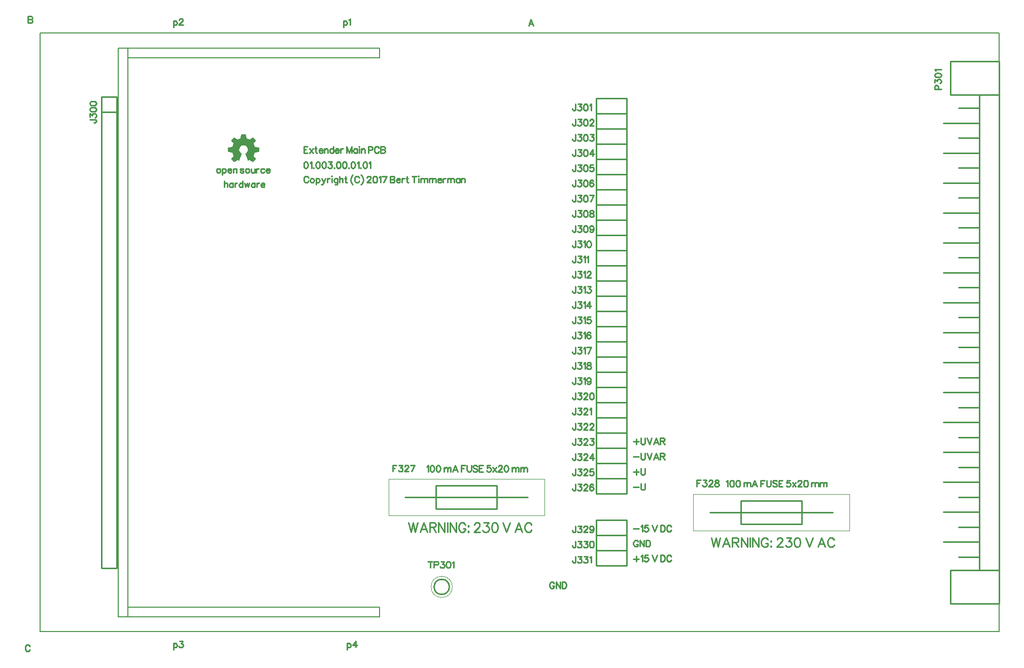
<source format=gto>
G04 start of page 9 for group -4079 idx -4079 *
G04 Title: 01.003.00.01.01.pcb, topsilk *
G04 Creator: pcb 4.2.0 *
G04 CreationDate: Mon Aug 12 16:43:32 2019 UTC *
G04 For: bert *
G04 Format: Gerber/RS-274X *
G04 PCB-Dimensions (mil): 7086.61 4724.41 *
G04 PCB-Coordinate-Origin: lower left *
%MOIN*%
%FSLAX25Y25*%
%LNGTO*%
%ADD70C,0.0000*%
%ADD69C,0.0100*%
%ADD68C,0.0080*%
%ADD67C,0.0001*%
G54D67*G36*
X152028Y386319D02*X154605D01*
X154688Y386287D01*
X154735Y386211D01*
X154784Y385972D01*
X154828Y385750D01*
X155219Y383618D01*
X155266Y383530D01*
X155349Y383472D01*
X155452Y383428D01*
X156242Y383157D01*
X156992Y382799D01*
X156998D01*
X157085Y382761D01*
X157182Y382747D01*
X157280Y382778D01*
X159053Y383997D01*
X159244Y384122D01*
X159445Y384258D01*
X159531Y384283D01*
X159613Y384247D01*
X159944Y383917D01*
X160448Y383417D01*
X160606Y383254D01*
X161105Y382756D01*
X161267Y382599D01*
X161435Y382425D01*
X161474Y382340D01*
X161452Y382251D01*
X161316Y382050D01*
X161187Y381860D01*
X159998Y380124D01*
X159966Y380032D01*
X159981Y379935D01*
X160026Y379836D01*
X160709Y378230D01*
X160746Y378139D01*
X160809Y378061D01*
X160899Y378014D01*
X162938Y377633D01*
X163162Y377590D01*
X163405Y377547D01*
X163480Y377500D01*
X163509Y377417D01*
Y374840D01*
X163480Y374751D01*
X163405Y374704D01*
X163162Y374661D01*
X162938Y374618D01*
X160959Y374249D01*
X160871Y374201D01*
X160817Y374118D01*
X160789Y374058D01*
Y374047D01*
X160074Y372274D01*
X160069Y372262D01*
X160052Y372219D01*
X160035Y372118D01*
X160063Y372024D01*
X161192Y370392D01*
X161316Y370201D01*
X161457Y370000D01*
X161476Y369914D01*
X161435Y369832D01*
X161267Y369653D01*
X161105Y369496D01*
X159787Y368178D01*
X159613Y368010D01*
X159531Y367969D01*
X159445Y367987D01*
X159244Y368129D01*
X159053Y368253D01*
X157459Y369350D01*
X157360Y369379D01*
X157263Y369360D01*
X156932Y369176D01*
X156738Y369067D01*
X156391Y368889D01*
X156306Y368883D01*
X156244Y368943D01*
X156098Y369300D01*
X156010Y369507D01*
X154627Y372865D01*
X154539Y373071D01*
X154442Y373304D01*
X154438Y373399D01*
X154491Y373472D01*
X154714Y373603D01*
X154855Y373711D01*
X155391Y374157D01*
X155806Y374721D01*
X156073Y375380D01*
X156167Y376110D01*
X156109Y376685D01*
X155944Y377219D01*
X155681Y377704D01*
X155332Y378126D01*
X154912Y378475D01*
X154428Y378739D01*
X153894Y378904D01*
X153320Y378962D01*
X152745Y378904D01*
X152210Y378739D01*
X151727Y378475D01*
X151305Y378126D01*
X150957Y377704D01*
X150695Y377219D01*
X150530Y376685D01*
X150471Y376110D01*
X150564Y375380D01*
X150831Y374721D01*
X151245Y374157D01*
X151784Y373711D01*
X151920Y373603D01*
X152142Y373472D01*
X152196Y373399D01*
X152191Y373304D01*
X152094Y373071D01*
X152006Y372865D01*
X150623Y369507D01*
X150537Y369300D01*
X150389Y368943D01*
X150328Y368883D01*
X150244Y368889D01*
X149902Y369067D01*
X149701Y369176D01*
X149370Y369360D01*
X149271Y369379D01*
X149174Y369350D01*
X147580Y368253D01*
X147395Y368129D01*
X147189Y367987D01*
X147102Y367969D01*
X147020Y368010D01*
X146846Y368178D01*
X146689Y368340D01*
X146191Y368839D01*
X146028Y368997D01*
X145528Y369496D01*
X145366Y369653D01*
X145198Y369832D01*
X145159Y369914D01*
X145181Y370000D01*
X145317Y370201D01*
X145448Y370392D01*
X146570Y372024D01*
X146598Y372118D01*
X146581Y372219D01*
X146559Y372279D01*
X145849Y374053D01*
X145816Y374118D01*
X145762Y374201D01*
X145676Y374249D01*
X143695Y374618D01*
X143473Y374661D01*
X143234Y374704D01*
X143155Y374754D01*
X143126Y374840D01*
Y377417D01*
X143155Y377500D01*
X143234Y377547D01*
X143473Y377596D01*
X143695Y377633D01*
X145735Y378014D01*
X145824Y378061D01*
X145887Y378144D01*
X145924Y378230D01*
X146613Y379836D01*
X146652Y379935D01*
X146669Y380032D01*
X146641Y380124D01*
X145448Y381865D01*
X145317Y382050D01*
X145181Y382251D01*
X145159Y382340D01*
X145198Y382425D01*
X145366Y382599D01*
X145528Y382756D01*
X147020Y384247D01*
X147102Y384283D01*
X147189Y384264D01*
X147395Y384128D01*
X147580Y383997D01*
X149353Y382778D01*
X149451Y382749D01*
X149549Y382767D01*
X149635Y382799D01*
X149646Y382804D01*
X150392Y383158D01*
X151182Y383433D01*
X151285Y383472D01*
X151369Y383530D01*
X151414Y383618D01*
X151812Y385750D01*
X151849Y385972D01*
X151898Y386211D01*
X151945Y386287D01*
X152028Y386319D01*
G37*
G54D68*X649606Y434252D02*Y77559D01*
X19685Y59055D02*X649606D01*
Y452756D01*
X242520Y442913D02*Y436614D01*
Y442913D02*X70866Y442913D01*
X77165Y68898D02*Y442913D01*
X242520Y436614D02*X77165Y436614D01*
X19685Y59055D02*Y452756D01*
X649606D02*Y452756D01*
X19685Y452756D02*X649606D01*
X70866Y442913D02*Y68898D01*
X242520Y75197D02*X77165D01*
X242520Y68898D02*X70866Y68898D01*
X242520Y68898D02*Y75197D01*
G54D69*X412450Y118279D02*X412250Y118679D01*
X411850Y119079D01*
X411450Y119279D01*
X410650D02*X411450D01*
X410650D02*X410250Y119079D01*
X409850Y118679D01*
X409650Y118279D01*
X409450Y117679D01*
Y116679D01*
X409650Y116079D01*
X409850Y115679D01*
X410250Y115279D01*
X410650Y115079D01*
X411450D01*
X411850Y115279D01*
X412250Y115679D01*
X412450Y116079D01*
Y116679D02*Y116079D01*
X411450Y116679D02*X412450D01*
X413650Y119279D02*Y115079D01*
Y119279D02*X416450Y115079D01*
Y119279D02*Y115079D01*
X417650Y119279D02*Y115079D01*
Y119279D02*X419050D01*
X419650Y119079D01*
X420050Y118679D01*
X420250Y118279D01*
X420450Y117679D01*
Y116679D01*
X420250Y116079D01*
X420050Y115679D01*
X419650Y115279D01*
X419050Y115079D01*
X417650D02*X419050D01*
X411249Y108836D02*Y105236D01*
X409449Y107036D02*X413049D01*
X414249Y108636D02*X414649Y108836D01*
X415249Y109436D01*
Y105236D01*
X416849Y109436D02*X418849D01*
X416849D02*X416649Y107636D01*
X416849Y107836D01*
X417449Y108036D01*
X418049D01*
X418649Y107836D01*
X419049Y107436D01*
X419249Y106836D01*
Y106436D01*
X419049Y105836D01*
X418649Y105436D01*
X418049Y105236D01*
X417449D02*X418049D01*
X417449D02*X416849Y105436D01*
X416649Y105636D01*
X416449Y106036D01*
X421649Y109436D02*X423249Y105236D01*
X424849Y109436D02*X423249Y105236D01*
X427249Y109436D02*Y105236D01*
Y109436D02*X428649D01*
X429249Y109236D01*
X429649Y108836D01*
X429849Y108436D01*
X430049Y107836D01*
Y106836D01*
X429849Y106236D01*
X429649Y105836D01*
X429249Y105436D01*
X428649Y105236D01*
X427249D02*X428649D01*
X434249Y108436D02*X434049Y108836D01*
X433649Y109236D01*
X433249Y109436D01*
X432449D02*X433249D01*
X432449D02*X432049Y109236D01*
X431649Y108836D01*
X431449Y108436D01*
X431249Y107836D01*
Y106836D01*
X431449Y106236D01*
X431649Y105836D01*
X432049Y105436D01*
X432449Y105236D01*
X433249D01*
X433649Y105436D01*
X434049Y105836D01*
X434249Y106236D01*
X409449Y126722D02*X413049D01*
X414249Y128322D02*X414649Y128522D01*
X415249Y129122D01*
Y124922D01*
X416849Y129122D02*X418849D01*
X416849D02*X416649Y127322D01*
X416849Y127522D01*
X417449Y127722D01*
X418049D01*
X418649Y127522D01*
X419049Y127122D01*
X419249Y126522D01*
Y126122D01*
X419049Y125522D01*
X418649Y125122D01*
X418049Y124922D01*
X417449D02*X418049D01*
X417449D02*X416849Y125122D01*
X416649Y125322D01*
X416449Y125722D01*
X421649Y129122D02*X423249Y124922D01*
X424849Y129122D02*X423249Y124922D01*
X427249Y129122D02*Y124922D01*
Y129122D02*X428649D01*
X429249Y128922D01*
X429649Y128522D01*
X429849Y128122D01*
X430049Y127522D01*
Y126522D01*
X429849Y125922D01*
X429649Y125522D01*
X429249Y125122D01*
X428649Y124922D01*
X427249D02*X428649D01*
X434249Y128122D02*X434049Y128522D01*
X433649Y128922D01*
X433249Y129122D01*
X432449D02*X433249D01*
X432449D02*X432049Y128922D01*
X431649Y128522D01*
X431449Y128122D01*
X431249Y127522D01*
Y126522D01*
X431449Y125922D01*
X431649Y125522D01*
X432049Y125122D01*
X432449Y124922D01*
X433249D01*
X433649Y125122D01*
X434049Y125522D01*
X434249Y125922D01*
X460630Y120895D02*X462070Y114847D01*
X463510Y120895D02*X462070Y114847D01*
X463510Y120895D02*X464950Y114847D01*
X466390Y120895D02*X464950Y114847D01*
X470422Y120895D02*X468118Y114847D01*
X470422Y120895D02*X472726Y114847D01*
X468982Y116863D02*X471862D01*
X474454Y120895D02*Y114847D01*
Y120895D02*X477046D01*
X477910Y120607D01*
X478198Y120319D01*
X478486Y119743D01*
Y119167D01*
X478198Y118591D01*
X477910Y118303D01*
X477046Y118015D01*
X474454D02*X477046D01*
X476470D02*X478486Y114847D01*
X480214Y120895D02*Y114847D01*
Y120895D02*X484246Y114847D01*
Y120895D02*Y114847D01*
X485974Y120895D02*Y114847D01*
X487702Y120895D02*Y114847D01*
Y120895D02*X491734Y114847D01*
Y120895D02*Y114847D01*
X497782Y119455D02*X497494Y120031D01*
X496918Y120607D01*
X496342Y120895D01*
X495190D02*X496342D01*
X495190D02*X494614Y120607D01*
X494038Y120031D01*
X493750Y119455D01*
X493462Y118591D01*
Y117151D01*
X493750Y116287D01*
X494038Y115711D01*
X494614Y115135D01*
X495190Y114847D01*
X496342D01*
X496918Y115135D01*
X497494Y115711D01*
X497782Y116287D01*
Y117151D02*Y116287D01*
X496342Y117151D02*X497782D01*
X499798Y118879D02*X499510Y118591D01*
X499798Y118303D01*
X500086Y118591D01*
X499798Y118879D01*
Y115423D02*X499510Y115135D01*
X499798Y114847D01*
X500086Y115135D01*
X499798Y115423D01*
X503830Y119743D02*Y119455D01*
Y119743D02*X504118Y120319D01*
X504406Y120607D01*
X504982Y120895D01*
X506134D01*
X506710Y120607D01*
X506998Y120319D01*
X507286Y119743D01*
Y119167D01*
X506998Y118591D01*
X506422Y117727D01*
X503542Y114847D01*
X507574D01*
X509878Y120895D02*X513046D01*
X511318Y118591D01*
X512182D01*
X512758Y118303D01*
X513046Y118015D01*
X513334Y117151D01*
Y116575D01*
X513046Y115711D01*
X512470Y115135D01*
X511606Y114847D01*
X510742D02*X511606D01*
X510742D02*X509878Y115135D01*
X509590Y115423D01*
X509302Y115999D01*
X516790Y120895D02*X515926Y120607D01*
X515350Y119743D01*
X515062Y118303D01*
Y117439D01*
X515350Y115999D01*
X515926Y115135D01*
X516790Y114847D01*
X517366D01*
X518230Y115135D01*
X518806Y115999D01*
X519094Y117439D01*
Y118303D02*Y117439D01*
Y118303D02*X518806Y119743D01*
X518230Y120607D01*
X517366Y120895D01*
X516790D02*X517366D01*
X522550D02*X524854Y114847D01*
X527158Y120895D02*X524854Y114847D01*
X532918Y120895D02*X530614Y114847D01*
X532918Y120895D02*X535222Y114847D01*
X531478Y116863D02*X534358D01*
X541270Y119455D02*X540982Y120031D01*
X540406Y120607D01*
X539830Y120895D01*
X538678D02*X539830D01*
X538678D02*X538102Y120607D01*
X537526Y120031D01*
X537238Y119455D01*
X536950Y118591D01*
Y117151D01*
X537238Y116287D01*
X537526Y115711D01*
X538102Y115135D01*
X538678Y114847D01*
X539830D01*
X540406Y115135D01*
X540982Y115711D01*
X541270Y116287D01*
X470472Y157849D02*X470872Y158049D01*
X471472Y158649D01*
Y154449D01*
X473872Y158649D02*X473272Y158449D01*
X472872Y157849D01*
X472672Y156849D01*
Y156249D01*
X472872Y155249D01*
X473272Y154649D01*
X473872Y154449D01*
X474272D01*
X474872Y154649D01*
X475272Y155249D01*
X475472Y156249D01*
Y156849D02*Y156249D01*
Y156849D02*X475272Y157849D01*
X474872Y158449D01*
X474272Y158649D01*
X473872D02*X474272D01*
X477872D02*X477272Y158449D01*
X476872Y157849D01*
X476672Y156849D01*
Y156249D01*
X476872Y155249D01*
X477272Y154649D01*
X477872Y154449D01*
X478272D01*
X478872Y154649D01*
X479272Y155249D01*
X479472Y156249D01*
Y156849D02*Y156249D01*
Y156849D02*X479272Y157849D01*
X478872Y158449D01*
X478272Y158649D01*
X477872D02*X478272D01*
X481872Y157249D02*Y154449D01*
Y156449D02*X482472Y157049D01*
X482872Y157249D01*
X483472D01*
X483872Y157049D01*
X484072Y156449D01*
Y154449D01*
Y156449D02*X484672Y157049D01*
X485072Y157249D01*
X485672D01*
X486072Y157049D01*
X486272Y156449D01*
Y154449D01*
X489072Y158649D02*X487472Y154449D01*
X489072Y158649D02*X490672Y154449D01*
X488072Y155849D02*X490072D01*
X493072Y158649D02*Y154449D01*
Y158649D02*X495672D01*
X493072Y156649D02*X494672D01*
X496872Y158649D02*Y155649D01*
X497072Y155049D01*
X497472Y154649D01*
X498072Y154449D01*
X498472D01*
X499072Y154649D01*
X499472Y155049D01*
X499672Y155649D01*
Y158649D02*Y155649D01*
X503672Y158049D02*X503272Y158449D01*
X502672Y158649D01*
X501872D02*X502672D01*
X501872D02*X501272Y158449D01*
X500872Y158049D01*
Y157649D01*
X501072Y157249D01*
X501272Y157049D01*
X501672Y156849D01*
X502872Y156449D01*
X503272Y156249D01*
X503472Y156049D01*
X503672Y155649D01*
Y155049D01*
X503272Y154649D01*
X502672Y154449D01*
X501872D02*X502672D01*
X501872D02*X501272Y154649D01*
X500872Y155049D01*
X504872Y158649D02*Y154449D01*
Y158649D02*X507472D01*
X504872Y156649D02*X506472D01*
X504872Y154449D02*X507472D01*
X510272Y158649D02*X512272D01*
X510272D02*X510072Y156849D01*
X510272Y157049D01*
X510872Y157249D01*
X511472D01*
X512072Y157049D01*
X512472Y156649D01*
X512672Y156049D01*
Y155649D01*
X512472Y155049D01*
X512072Y154649D01*
X511472Y154449D01*
X510872D02*X511472D01*
X510872D02*X510272Y154649D01*
X510072Y154849D01*
X509872Y155249D01*
X513872Y157249D02*X516072Y154449D01*
Y157249D02*X513872Y154449D01*
X517472Y157849D02*Y157649D01*
Y157849D02*X517672Y158249D01*
X517872Y158449D01*
X518272Y158649D01*
X519072D01*
X519472Y158449D01*
X519672Y158249D01*
X519872Y157849D01*
Y157449D01*
X519672Y157049D01*
X519272Y156449D01*
X517272Y154449D01*
X520072D01*
X522472Y158649D02*X521872Y158449D01*
X521472Y157849D01*
X521272Y156849D01*
Y156249D01*
X521472Y155249D01*
X521872Y154649D01*
X522472Y154449D01*
X522872D01*
X523472Y154649D01*
X523872Y155249D01*
X524072Y156249D01*
Y156849D02*Y156249D01*
Y156849D02*X523872Y157849D01*
X523472Y158449D01*
X522872Y158649D01*
X522472D02*X522872D01*
X526472Y157249D02*Y154449D01*
Y156449D02*X527072Y157049D01*
X527472Y157249D01*
X528072D01*
X528472Y157049D01*
X528672Y156449D01*
Y154449D01*
Y156449D02*X529272Y157049D01*
X529672Y157249D01*
X530272D01*
X530672Y157049D01*
X530872Y156449D01*
Y154449D01*
X532072Y157249D02*Y154449D01*
Y156449D02*X532672Y157049D01*
X533072Y157249D01*
X533672D01*
X534072Y157049D01*
X534272Y156449D01*
Y154449D01*
Y156449D02*X534872Y157049D01*
X535272Y157249D01*
X535872D01*
X536272Y157049D01*
X536472Y156449D01*
Y154449D01*
X261811Y130738D02*X263251Y124690D01*
X264691Y130738D02*X263251Y124690D01*
X264691Y130738D02*X266131Y124690D01*
X267571Y130738D02*X266131Y124690D01*
X271603Y130738D02*X269299Y124690D01*
X271603Y130738D02*X273907Y124690D01*
X270163Y126706D02*X273043D01*
X275635Y130738D02*Y124690D01*
Y130738D02*X278227D01*
X279091Y130450D01*
X279379Y130162D01*
X279667Y129586D01*
Y129010D01*
X279379Y128434D01*
X279091Y128146D01*
X278227Y127858D01*
X275635D02*X278227D01*
X277651D02*X279667Y124690D01*
X281395Y130738D02*Y124690D01*
Y130738D02*X285427Y124690D01*
Y130738D02*Y124690D01*
X287155Y130738D02*Y124690D01*
X288883Y130738D02*Y124690D01*
Y130738D02*X292915Y124690D01*
Y130738D02*Y124690D01*
X298963Y129298D02*X298675Y129874D01*
X298099Y130450D01*
X297523Y130738D01*
X296371D02*X297523D01*
X296371D02*X295795Y130450D01*
X295219Y129874D01*
X294931Y129298D01*
X294643Y128434D01*
Y126994D01*
X294931Y126130D01*
X295219Y125554D01*
X295795Y124978D01*
X296371Y124690D01*
X297523D01*
X298099Y124978D01*
X298675Y125554D01*
X298963Y126130D01*
Y126994D02*Y126130D01*
X297523Y126994D02*X298963D01*
X300979Y128722D02*X300691Y128434D01*
X300979Y128146D01*
X301267Y128434D01*
X300979Y128722D01*
Y125266D02*X300691Y124978D01*
X300979Y124690D01*
X301267Y124978D01*
X300979Y125266D01*
X305011Y129586D02*Y129298D01*
Y129586D02*X305299Y130162D01*
X305587Y130450D01*
X306163Y130738D01*
X307315D01*
X307891Y130450D01*
X308179Y130162D01*
X308467Y129586D01*
Y129010D01*
X308179Y128434D01*
X307603Y127570D01*
X304723Y124690D01*
X308755D01*
X311059Y130738D02*X314227D01*
X312499Y128434D01*
X313363D01*
X313939Y128146D01*
X314227Y127858D01*
X314515Y126994D01*
Y126418D01*
X314227Y125554D01*
X313651Y124978D01*
X312787Y124690D01*
X311923D02*X312787D01*
X311923D02*X311059Y124978D01*
X310771Y125266D01*
X310483Y125842D01*
X317971Y130738D02*X317107Y130450D01*
X316531Y129586D01*
X316243Y128146D01*
Y127282D01*
X316531Y125842D01*
X317107Y124978D01*
X317971Y124690D01*
X318547D01*
X319411Y124978D01*
X319987Y125842D01*
X320275Y127282D01*
Y128146D02*Y127282D01*
Y128146D02*X319987Y129586D01*
X319411Y130450D01*
X318547Y130738D01*
X317971D02*X318547D01*
X323731D02*X326035Y124690D01*
X328339Y130738D02*X326035Y124690D01*
X334099Y130738D02*X331795Y124690D01*
X334099Y130738D02*X336403Y124690D01*
X332659Y126706D02*X335539D01*
X342451Y129298D02*X342163Y129874D01*
X341587Y130450D01*
X341011Y130738D01*
X339859D02*X341011D01*
X339859D02*X339283Y130450D01*
X338707Y129874D01*
X338419Y129298D01*
X338131Y128434D01*
Y126994D01*
X338419Y126130D01*
X338707Y125554D01*
X339283Y124978D01*
X339859Y124690D01*
X341011D01*
X341587Y124978D01*
X342163Y125554D01*
X342451Y126130D01*
X273622Y167691D02*X274022Y167891D01*
X274622Y168491D01*
Y164291D01*
X277022Y168491D02*X276422Y168291D01*
X276022Y167691D01*
X275822Y166691D01*
Y166091D01*
X276022Y165091D01*
X276422Y164491D01*
X277022Y164291D01*
X277422D01*
X278022Y164491D01*
X278422Y165091D01*
X278622Y166091D01*
Y166691D02*Y166091D01*
Y166691D02*X278422Y167691D01*
X278022Y168291D01*
X277422Y168491D01*
X277022D02*X277422D01*
X281022D02*X280422Y168291D01*
X280022Y167691D01*
X279822Y166691D01*
Y166091D01*
X280022Y165091D01*
X280422Y164491D01*
X281022Y164291D01*
X281422D01*
X282022Y164491D01*
X282422Y165091D01*
X282622Y166091D01*
Y166691D02*Y166091D01*
Y166691D02*X282422Y167691D01*
X282022Y168291D01*
X281422Y168491D01*
X281022D02*X281422D01*
X285022Y167091D02*Y164291D01*
Y166291D02*X285622Y166891D01*
X286022Y167091D01*
X286622D01*
X287022Y166891D01*
X287222Y166291D01*
Y164291D01*
Y166291D02*X287822Y166891D01*
X288222Y167091D01*
X288822D01*
X289222Y166891D01*
X289422Y166291D01*
Y164291D01*
X292222Y168491D02*X290622Y164291D01*
X292222Y168491D02*X293822Y164291D01*
X291222Y165691D02*X293222D01*
X296222Y168491D02*Y164291D01*
Y168491D02*X298822D01*
X296222Y166491D02*X297822D01*
X300022Y168491D02*Y165491D01*
X300222Y164891D01*
X300622Y164491D01*
X301222Y164291D01*
X301622D01*
X302222Y164491D01*
X302622Y164891D01*
X302822Y165491D01*
Y168491D02*Y165491D01*
X306822Y167891D02*X306422Y168291D01*
X305822Y168491D01*
X305022D02*X305822D01*
X305022D02*X304422Y168291D01*
X304022Y167891D01*
Y167491D01*
X304222Y167091D01*
X304422Y166891D01*
X304822Y166691D01*
X306022Y166291D01*
X306422Y166091D01*
X306622Y165891D01*
X306822Y165491D01*
Y164891D01*
X306422Y164491D01*
X305822Y164291D01*
X305022D02*X305822D01*
X305022D02*X304422Y164491D01*
X304022Y164891D01*
X308022Y168491D02*Y164291D01*
Y168491D02*X310622D01*
X308022Y166491D02*X309622D01*
X308022Y164291D02*X310622D01*
X313422Y168491D02*X315422D01*
X313422D02*X313222Y166691D01*
X313422Y166891D01*
X314022Y167091D01*
X314622D01*
X315222Y166891D01*
X315622Y166491D01*
X315822Y165891D01*
Y165491D01*
X315622Y164891D01*
X315222Y164491D01*
X314622Y164291D01*
X314022D02*X314622D01*
X314022D02*X313422Y164491D01*
X313222Y164691D01*
X313022Y165091D01*
X317022Y167091D02*X319222Y164291D01*
Y167091D02*X317022Y164291D01*
X320622Y167691D02*Y167491D01*
Y167691D02*X320822Y168091D01*
X321022Y168291D01*
X321422Y168491D01*
X322222D01*
X322622Y168291D01*
X322822Y168091D01*
X323022Y167691D01*
Y167291D01*
X322822Y166891D01*
X322422Y166291D01*
X320422Y164291D01*
X323222D01*
X325622Y168491D02*X325022Y168291D01*
X324622Y167691D01*
X324422Y166691D01*
Y166091D01*
X324622Y165091D01*
X325022Y164491D01*
X325622Y164291D01*
X326022D01*
X326622Y164491D01*
X327022Y165091D01*
X327222Y166091D01*
Y166691D02*Y166091D01*
Y166691D02*X327022Y167691D01*
X326622Y168291D01*
X326022Y168491D01*
X325622D02*X326022D01*
X329622Y167091D02*Y164291D01*
Y166291D02*X330222Y166891D01*
X330622Y167091D01*
X331222D01*
X331622Y166891D01*
X331822Y166291D01*
Y164291D01*
Y166291D02*X332422Y166891D01*
X332822Y167091D01*
X333422D01*
X333822Y166891D01*
X334022Y166291D01*
Y164291D01*
X335222Y167091D02*Y164291D01*
Y166291D02*X335822Y166891D01*
X336222Y167091D01*
X336822D01*
X337222Y166891D01*
X337422Y166291D01*
Y164291D01*
Y166291D02*X338022Y166891D01*
X338422Y167091D01*
X339022D01*
X339422Y166891D01*
X339622Y166291D01*
Y164291D01*
X409449Y154216D02*X413049D01*
X414249Y156616D02*Y153616D01*
X414449Y153016D01*
X414849Y152616D01*
X415449Y152416D01*
X415849D01*
X416449Y152616D01*
X416849Y153016D01*
X417049Y153616D01*
Y156616D02*Y153616D01*
X411248Y165891D02*Y162291D01*
X409448Y164091D02*X413048D01*
X414248Y166491D02*Y163491D01*
X414448Y162891D01*
X414848Y162491D01*
X415448Y162291D01*
X415848D01*
X416448Y162491D01*
X416848Y162891D01*
X417048Y163491D01*
Y166491D02*Y163491D01*
X409448Y174091D02*X413048D01*
X414248Y176491D02*Y173491D01*
X414448Y172891D01*
X414848Y172491D01*
X415448Y172291D01*
X415848D01*
X416448Y172491D01*
X416848Y172891D01*
X417048Y173491D01*
Y176491D02*Y173491D01*
X418248Y176491D02*X419848Y172291D01*
X421448Y176491D02*X419848Y172291D01*
X424248Y176491D02*X422648Y172291D01*
X424248Y176491D02*X425848Y172291D01*
X423248Y173691D02*X425248D01*
X427048Y176491D02*Y172291D01*
Y176491D02*X428848D01*
X429448Y176291D01*
X429648Y176091D01*
X429848Y175691D01*
Y175291D01*
X429648Y174891D01*
X429448Y174691D01*
X428848Y174491D01*
X427048D02*X428848D01*
X428448D02*X429848Y172291D01*
X411248Y185891D02*Y182291D01*
X409448Y184091D02*X413048D01*
X414248Y186491D02*Y183491D01*
X414448Y182891D01*
X414848Y182491D01*
X415448Y182291D01*
X415848D01*
X416448Y182491D01*
X416848Y182891D01*
X417048Y183491D01*
Y186491D02*Y183491D01*
X418248Y186491D02*X419848Y182291D01*
X421448Y186491D02*X419848Y182291D01*
X424248Y186491D02*X422648Y182291D01*
X424248Y186491D02*X425848Y182291D01*
X423248Y183691D02*X425248D01*
X427048Y186491D02*Y182291D01*
Y186491D02*X428848D01*
X429448Y186291D01*
X429648Y186091D01*
X429848Y185691D01*
Y185291D01*
X429648Y184891D01*
X429448Y184691D01*
X428848Y184491D01*
X427048D02*X428848D01*
X428448D02*X429848Y182291D01*
X195862Y357700D02*X195662Y358100D01*
X195262Y358500D01*
X194862Y358700D01*
X194062D02*X194862D01*
X194062D02*X193662Y358500D01*
X193262Y358100D01*
X193062Y357700D01*
X192862Y357100D01*
Y356100D01*
X193062Y355500D01*
X193262Y355100D01*
X193662Y354700D01*
X194062Y354500D01*
X194862D01*
X195262Y354700D01*
X195662Y355100D01*
X195862Y355500D01*
X198062Y357300D02*X197662Y357100D01*
X197262Y356700D01*
X197062Y356100D01*
Y355700D01*
X197262Y355100D01*
X197662Y354700D01*
X198062Y354500D01*
X198662D01*
X199062Y354700D01*
X199462Y355100D01*
X199662Y355700D01*
Y356100D02*Y355700D01*
Y356100D02*X199462Y356700D01*
X199062Y357100D01*
X198662Y357300D01*
X198062D02*X198662D01*
X200862D02*Y353100D01*
Y356700D02*X201262Y357100D01*
X201662Y357300D01*
X202262D01*
X202662Y357100D01*
X203062Y356700D01*
X203262Y356100D01*
Y355700D01*
X203062Y355100D01*
X202662Y354700D01*
X202262Y354500D01*
X201662D02*X202262D01*
X201662D02*X201262Y354700D01*
X200862Y355100D01*
X204662Y357300D02*X205862Y354500D01*
X207062Y357300D02*X205862Y354500D01*
X205462Y353700D01*
X205062Y353300D01*
X204662Y353100D01*
X204462D02*X204662D01*
X208262Y357300D02*Y354500D01*
Y356100D02*X208462Y356700D01*
X208862Y357100D01*
X209262Y357300D01*
X209862D01*
X211062Y358700D02*X211262Y358500D01*
X211462Y358700D01*
X211262Y358900D01*
X211062Y358700D01*
X211262Y357300D02*Y354500D01*
X215062Y357300D02*Y354100D01*
X214862Y353500D01*
X214662Y353300D01*
X214262Y353100D01*
X213662D02*X214262D01*
X213662D02*X213262Y353300D01*
X215062Y356700D02*X214662Y357100D01*
X214262Y357300D01*
X213662D02*X214262D01*
X213662D02*X213262Y357100D01*
X212862Y356700D01*
X212662Y356100D01*
Y355700D01*
X212862Y355100D01*
X213262Y354700D01*
X213662Y354500D01*
X214262D01*
X214662Y354700D01*
X215062Y355100D01*
X216262Y358700D02*Y354500D01*
Y356500D02*X216862Y357100D01*
X217262Y357300D01*
X217862D01*
X218262Y357100D01*
X218462Y356500D01*
Y354500D01*
X220262Y358700D02*Y355300D01*
X220462Y354700D01*
X220862Y354500D01*
X221262D01*
X219662Y357300D02*X221062D01*
X225062Y359500D02*X224662Y359100D01*
X224262Y358500D01*
X223862Y357700D01*
X223662Y356700D01*
Y355900D01*
X223862Y354900D01*
X224262Y354100D01*
X224662Y353500D01*
X225062Y353100D01*
X229262Y357700D02*X229062Y358100D01*
X228662Y358500D01*
X228262Y358700D01*
X227462D02*X228262D01*
X227462D02*X227062Y358500D01*
X226662Y358100D01*
X226462Y357700D01*
X226262Y357100D01*
Y356100D01*
X226462Y355500D01*
X226662Y355100D01*
X227062Y354700D01*
X227462Y354500D01*
X228262D01*
X228662Y354700D01*
X229062Y355100D01*
X229262Y355500D01*
X230462Y359500D02*X230862Y359100D01*
X231262Y358500D01*
X231662Y357700D01*
X231862Y356700D01*
Y355900D01*
X231662Y354900D01*
X231262Y354100D01*
X230862Y353500D01*
X230462Y353100D01*
X234462Y357900D02*Y357700D01*
Y357900D02*X234662Y358300D01*
X234862Y358500D01*
X235262Y358700D01*
X236062D01*
X236462Y358500D01*
X236662Y358300D01*
X236862Y357900D01*
Y357500D01*
X236662Y357100D01*
X236262Y356500D01*
X234262Y354500D01*
X237062D01*
X239462Y358700D02*X238862Y358500D01*
X238462Y357900D01*
X238262Y356900D01*
Y356300D01*
X238462Y355300D01*
X238862Y354700D01*
X239462Y354500D01*
X239862D01*
X240462Y354700D01*
X240862Y355300D01*
X241062Y356300D01*
Y356900D02*Y356300D01*
Y356900D02*X240862Y357900D01*
X240462Y358500D01*
X239862Y358700D01*
X239462D02*X239862D01*
X242262Y357900D02*X242662Y358100D01*
X243262Y358700D01*
Y354500D01*
X247262Y358700D02*X245262Y354500D01*
X244462Y358700D02*X247262D01*
X249662D02*Y354500D01*
Y358700D02*X251462D01*
X252062Y358500D01*
X252262Y358300D01*
X252462Y357900D01*
Y357500D01*
X252262Y357100D01*
X252062Y356900D01*
X251462Y356700D01*
X249662D02*X251462D01*
X252062Y356500D01*
X252262Y356300D01*
X252462Y355900D01*
Y355300D01*
X252262Y354900D01*
X252062Y354700D01*
X251462Y354500D01*
X249662D02*X251462D01*
X253662Y356100D02*X256062D01*
Y356500D02*Y356100D01*
Y356500D02*X255862Y356900D01*
X255662Y357100D01*
X255262Y357300D01*
X254662D02*X255262D01*
X254662D02*X254262Y357100D01*
X253862Y356700D01*
X253662Y356100D01*
Y355700D01*
X253862Y355100D01*
X254262Y354700D01*
X254662Y354500D01*
X255262D01*
X255662Y354700D01*
X256062Y355100D01*
X257262Y357300D02*Y354500D01*
Y356100D02*X257462Y356700D01*
X257862Y357100D01*
X258262Y357300D01*
X258862D01*
X260662Y358700D02*Y355300D01*
X260862Y354700D01*
X261262Y354500D01*
X261662D01*
X260062Y357300D02*X261462D01*
X265462Y358700D02*Y354500D01*
X264062Y358700D02*X266862D01*
X268062D02*X268262Y358500D01*
X268462Y358700D01*
X268262Y358900D01*
X268062Y358700D01*
X268262Y357300D02*Y354500D01*
X269662Y357300D02*Y354500D01*
Y356500D02*X270262Y357100D01*
X270662Y357300D01*
X271262D01*
X271662Y357100D01*
X271862Y356500D01*
Y354500D01*
Y356500D02*X272462Y357100D01*
X272862Y357300D01*
X273462D01*
X273862Y357100D01*
X274062Y356500D01*
Y354500D01*
X275262Y357300D02*Y354500D01*
Y356500D02*X275862Y357100D01*
X276262Y357300D01*
X276862D01*
X277262Y357100D01*
X277462Y356500D01*
Y354500D01*
Y356500D02*X278062Y357100D01*
X278462Y357300D01*
X279062D01*
X279462Y357100D01*
X279662Y356500D01*
Y354500D01*
X280862Y356100D02*X283262D01*
Y356500D02*Y356100D01*
Y356500D02*X283062Y356900D01*
X282862Y357100D01*
X282462Y357300D01*
X281862D02*X282462D01*
X281862D02*X281462Y357100D01*
X281062Y356700D01*
X280862Y356100D01*
Y355700D01*
X281062Y355100D01*
X281462Y354700D01*
X281862Y354500D01*
X282462D01*
X282862Y354700D01*
X283262Y355100D01*
X284462Y357300D02*Y354500D01*
Y356100D02*X284662Y356700D01*
X285062Y357100D01*
X285462Y357300D01*
X286062D01*
X287262D02*Y354500D01*
Y356500D02*X287862Y357100D01*
X288262Y357300D01*
X288862D01*
X289262Y357100D01*
X289462Y356500D01*
Y354500D01*
Y356500D02*X290062Y357100D01*
X290462Y357300D01*
X291062D01*
X291462Y357100D01*
X291662Y356500D01*
Y354500D01*
X295262Y357300D02*Y354500D01*
Y356700D02*X294862Y357100D01*
X294462Y357300D01*
X293862D02*X294462D01*
X293862D02*X293462Y357100D01*
X293062Y356700D01*
X292862Y356100D01*
Y355700D01*
X293062Y355100D01*
X293462Y354700D01*
X293862Y354500D01*
X294462D01*
X294862Y354700D01*
X295262Y355100D01*
X296462Y357300D02*Y354500D01*
Y356500D02*X297062Y357100D01*
X297462Y357300D01*
X298062D01*
X298462Y357100D01*
X298662Y356500D01*
Y354500D01*
X194062Y368169D02*X193462Y367969D01*
X193062Y367369D01*
X192862Y366369D01*
Y365769D01*
X193062Y364769D01*
X193462Y364169D01*
X194062Y363969D01*
X194462D01*
X195062Y364169D01*
X195462Y364769D01*
X195662Y365769D01*
Y366369D02*Y365769D01*
Y366369D02*X195462Y367369D01*
X195062Y367969D01*
X194462Y368169D01*
X194062D02*X194462D01*
X196862Y367369D02*X197262Y367569D01*
X197862Y368169D01*
Y363969D01*
X199262Y364369D02*X199062Y364169D01*
X199262Y363969D01*
X199462Y364169D01*
X199262Y364369D01*
X201862Y368169D02*X201262Y367969D01*
X200862Y367369D01*
X200662Y366369D01*
Y365769D01*
X200862Y364769D01*
X201262Y364169D01*
X201862Y363969D01*
X202262D01*
X202862Y364169D01*
X203262Y364769D01*
X203462Y365769D01*
Y366369D02*Y365769D01*
Y366369D02*X203262Y367369D01*
X202862Y367969D01*
X202262Y368169D01*
X201862D02*X202262D01*
X205862D02*X205262Y367969D01*
X204862Y367369D01*
X204662Y366369D01*
Y365769D01*
X204862Y364769D01*
X205262Y364169D01*
X205862Y363969D01*
X206262D01*
X206862Y364169D01*
X207262Y364769D01*
X207462Y365769D01*
Y366369D02*Y365769D01*
Y366369D02*X207262Y367369D01*
X206862Y367969D01*
X206262Y368169D01*
X205862D02*X206262D01*
X209062D02*X211262D01*
X210062Y366569D01*
X210662D01*
X211062Y366369D01*
X211262Y366169D01*
X211462Y365569D01*
Y365169D01*
X211262Y364569D01*
X210862Y364169D01*
X210262Y363969D01*
X209662D02*X210262D01*
X209662D02*X209062Y364169D01*
X208862Y364369D01*
X208662Y364769D01*
X212862Y364369D02*X212662Y364169D01*
X212862Y363969D01*
X213062Y364169D01*
X212862Y364369D01*
X215462Y368169D02*X214862Y367969D01*
X214462Y367369D01*
X214262Y366369D01*
Y365769D01*
X214462Y364769D01*
X214862Y364169D01*
X215462Y363969D01*
X215862D01*
X216462Y364169D01*
X216862Y364769D01*
X217062Y365769D01*
Y366369D02*Y365769D01*
Y366369D02*X216862Y367369D01*
X216462Y367969D01*
X215862Y368169D01*
X215462D02*X215862D01*
X219462D02*X218862Y367969D01*
X218462Y367369D01*
X218262Y366369D01*
Y365769D01*
X218462Y364769D01*
X218862Y364169D01*
X219462Y363969D01*
X219862D01*
X220462Y364169D01*
X220862Y364769D01*
X221062Y365769D01*
Y366369D02*Y365769D01*
Y366369D02*X220862Y367369D01*
X220462Y367969D01*
X219862Y368169D01*
X219462D02*X219862D01*
X222462Y364369D02*X222262Y364169D01*
X222462Y363969D01*
X222662Y364169D01*
X222462Y364369D01*
X225062Y368169D02*X224462Y367969D01*
X224062Y367369D01*
X223862Y366369D01*
Y365769D01*
X224062Y364769D01*
X224462Y364169D01*
X225062Y363969D01*
X225462D01*
X226062Y364169D01*
X226462Y364769D01*
X226662Y365769D01*
Y366369D02*Y365769D01*
Y366369D02*X226462Y367369D01*
X226062Y367969D01*
X225462Y368169D01*
X225062D02*X225462D01*
X227862Y367369D02*X228262Y367569D01*
X228862Y368169D01*
Y363969D01*
X230262Y364369D02*X230062Y364169D01*
X230262Y363969D01*
X230462Y364169D01*
X230262Y364369D01*
X232862Y368169D02*X232262Y367969D01*
X231862Y367369D01*
X231662Y366369D01*
Y365769D01*
X231862Y364769D01*
X232262Y364169D01*
X232862Y363969D01*
X233262D01*
X233862Y364169D01*
X234262Y364769D01*
X234462Y365769D01*
Y366369D02*Y365769D01*
Y366369D02*X234262Y367369D01*
X233862Y367969D01*
X233262Y368169D01*
X232862D02*X233262D01*
X235662Y367369D02*X236062Y367569D01*
X236662Y368169D01*
Y363969D01*
X192862Y378137D02*Y373937D01*
Y378137D02*X195462D01*
X192862Y376137D02*X194462D01*
X192862Y373937D02*X195462D01*
X196662Y376737D02*X198862Y373937D01*
Y376737D02*X196662Y373937D01*
X200662Y378137D02*Y374737D01*
X200862Y374137D01*
X201262Y373937D01*
X201662D01*
X200062Y376737D02*X201462D01*
X202862Y375537D02*X205262D01*
Y375937D02*Y375537D01*
Y375937D02*X205062Y376337D01*
X204862Y376537D01*
X204462Y376737D01*
X203862D02*X204462D01*
X203862D02*X203462Y376537D01*
X203062Y376137D01*
X202862Y375537D01*
Y375137D01*
X203062Y374537D01*
X203462Y374137D01*
X203862Y373937D01*
X204462D01*
X204862Y374137D01*
X205262Y374537D01*
X206462Y376737D02*Y373937D01*
Y375937D02*X207062Y376537D01*
X207462Y376737D01*
X208062D01*
X208462Y376537D01*
X208662Y375937D01*
Y373937D01*
X212262Y378137D02*Y373937D01*
Y376137D02*X211862Y376537D01*
X211462Y376737D01*
X210862D02*X211462D01*
X210862D02*X210462Y376537D01*
X210062Y376137D01*
X209862Y375537D01*
Y375137D01*
X210062Y374537D01*
X210462Y374137D01*
X210862Y373937D01*
X211462D01*
X211862Y374137D01*
X212262Y374537D01*
X213462Y375537D02*X215862D01*
Y375937D02*Y375537D01*
Y375937D02*X215662Y376337D01*
X215462Y376537D01*
X215062Y376737D01*
X214462D02*X215062D01*
X214462D02*X214062Y376537D01*
X213662Y376137D01*
X213462Y375537D01*
Y375137D01*
X213662Y374537D01*
X214062Y374137D01*
X214462Y373937D01*
X215062D01*
X215462Y374137D01*
X215862Y374537D01*
X217062Y376737D02*Y373937D01*
Y375537D02*X217262Y376137D01*
X217662Y376537D01*
X218062Y376737D01*
X218662D01*
X221062Y378137D02*Y373937D01*
Y378137D02*X222662Y373937D01*
X224262Y378137D02*X222662Y373937D01*
X224262Y378137D02*Y373937D01*
X227862Y376737D02*Y373937D01*
Y376137D02*X227462Y376537D01*
X227062Y376737D01*
X226462D02*X227062D01*
X226462D02*X226062Y376537D01*
X225662Y376137D01*
X225462Y375537D01*
Y375137D01*
X225662Y374537D01*
X226062Y374137D01*
X226462Y373937D01*
X227062D01*
X227462Y374137D01*
X227862Y374537D01*
X229062Y378137D02*X229262Y377937D01*
X229462Y378137D01*
X229262Y378337D01*
X229062Y378137D01*
X229262Y376737D02*Y373937D01*
X230662Y376737D02*Y373937D01*
Y375937D02*X231262Y376537D01*
X231662Y376737D01*
X232262D01*
X232662Y376537D01*
X232862Y375937D01*
Y373937D01*
X235262Y378137D02*Y373937D01*
Y378137D02*X237062D01*
X237662Y377937D01*
X237862Y377737D01*
X238062Y377337D01*
Y376737D01*
X237862Y376337D01*
X237662Y376137D01*
X237062Y375937D01*
X235262D02*X237062D01*
X242262Y377137D02*X242062Y377537D01*
X241662Y377937D01*
X241262Y378137D01*
X240462D02*X241262D01*
X240462D02*X240062Y377937D01*
X239662Y377537D01*
X239462Y377137D01*
X239262Y376537D01*
Y375537D01*
X239462Y374937D01*
X239662Y374537D01*
X240062Y374137D01*
X240462Y373937D01*
X241262D01*
X241662Y374137D01*
X242062Y374537D01*
X242262Y374937D01*
X243462Y378137D02*Y373937D01*
Y378137D02*X245262D01*
X245862Y377937D01*
X246062Y377737D01*
X246262Y377337D01*
Y376937D01*
X246062Y376537D01*
X245862Y376337D01*
X245262Y376137D01*
X243462D02*X245262D01*
X245862Y375937D01*
X246062Y375737D01*
X246262Y375337D01*
Y374737D01*
X246062Y374337D01*
X245862Y374137D01*
X245262Y373937D01*
X243462D02*X245262D01*
X136551Y363705D02*X136151Y363505D01*
X135751Y363105D01*
X135551Y362505D01*
Y362105D01*
X135751Y361505D01*
X136151Y361105D01*
X136551Y360905D01*
X137151D01*
X137551Y361105D01*
X137951Y361505D01*
X138151Y362105D01*
Y362505D02*Y362105D01*
Y362505D02*X137951Y363105D01*
X137551Y363505D01*
X137151Y363705D01*
X136551D02*X137151D01*
X139351D02*Y359505D01*
Y363105D02*X139751Y363505D01*
X140151Y363705D01*
X140751D01*
X141151Y363505D01*
X141551Y363105D01*
X141751Y362505D01*
Y362105D01*
X141551Y361505D01*
X141151Y361105D01*
X140751Y360905D01*
X140151D02*X140751D01*
X140151D02*X139751Y361105D01*
X139351Y361505D01*
X142951Y362505D02*X145351D01*
Y362905D02*Y362505D01*
Y362905D02*X145151Y363305D01*
X144951Y363505D01*
X144551Y363705D01*
X143951D02*X144551D01*
X143951D02*X143551Y363505D01*
X143151Y363105D01*
X142951Y362505D01*
Y362105D01*
X143151Y361505D01*
X143551Y361105D01*
X143951Y360905D01*
X144551D01*
X144951Y361105D01*
X145351Y361505D01*
X146551Y363705D02*Y360905D01*
Y362905D02*X147151Y363505D01*
X147551Y363705D01*
X148151D01*
X148551Y363505D01*
X148751Y362905D01*
Y360905D01*
X153351Y363105D02*X153151Y363505D01*
X152551Y363705D01*
X151951D02*X152551D01*
X151951D02*X151351Y363505D01*
X151151Y363105D01*
X151351Y362705D01*
X151751Y362505D01*
X152751Y362305D01*
X153151Y362105D01*
X153351Y361705D01*
Y361505D01*
X153151Y361105D01*
X152551Y360905D01*
X151951D02*X152551D01*
X151951D02*X151351Y361105D01*
X151151Y361505D01*
X155551Y363705D02*X155151Y363505D01*
X154751Y363105D01*
X154551Y362505D01*
Y362105D01*
X154751Y361505D01*
X155151Y361105D01*
X155551Y360905D01*
X156151D01*
X156551Y361105D01*
X156951Y361505D01*
X157151Y362105D01*
Y362505D02*Y362105D01*
Y362505D02*X156951Y363105D01*
X156551Y363505D01*
X156151Y363705D01*
X155551D02*X156151D01*
X158351D02*Y361705D01*
X158551Y361105D01*
X158951Y360905D01*
X159551D01*
X159951Y361105D01*
X160551Y361705D01*
Y363705D02*Y360905D01*
X161751Y363705D02*Y360905D01*
Y362505D02*X161951Y363105D01*
X162351Y363505D01*
X162751Y363705D01*
X163351D01*
X166951Y363105D02*X166551Y363505D01*
X166151Y363705D01*
X165551D02*X166151D01*
X165551D02*X165151Y363505D01*
X164751Y363105D01*
X164551Y362505D01*
Y362105D01*
X164751Y361505D01*
X165151Y361105D01*
X165551Y360905D01*
X166151D01*
X166551Y361105D01*
X166951Y361505D01*
X168151Y362505D02*X170551D01*
Y362905D02*Y362505D01*
Y362905D02*X170351Y363305D01*
X170151Y363505D01*
X169751Y363705D01*
X169151D02*X169751D01*
X169151D02*X168751Y363505D01*
X168351Y363105D01*
X168151Y362505D01*
Y362105D01*
X168351Y361505D01*
X168751Y361105D01*
X169151Y360905D01*
X169751D01*
X170151Y361105D01*
X170551Y361505D01*
X140551Y355605D02*Y351405D01*
Y353405D02*X141151Y354005D01*
X141551Y354205D01*
X142151D01*
X142551Y354005D01*
X142751Y353405D01*
Y351405D01*
X146351Y354205D02*Y351405D01*
Y353605D02*X145951Y354005D01*
X145551Y354205D01*
X144951D02*X145551D01*
X144951D02*X144551Y354005D01*
X144151Y353605D01*
X143951Y353005D01*
Y352605D01*
X144151Y352005D01*
X144551Y351605D01*
X144951Y351405D01*
X145551D01*
X145951Y351605D01*
X146351Y352005D01*
X147551Y354205D02*Y351405D01*
Y353005D02*X147751Y353605D01*
X148151Y354005D01*
X148551Y354205D01*
X149151D01*
X152751Y355605D02*Y351405D01*
Y353605D02*X152351Y354005D01*
X151951Y354205D01*
X151351D02*X151951D01*
X151351D02*X150951Y354005D01*
X150551Y353605D01*
X150351Y353005D01*
Y352605D01*
X150551Y352005D01*
X150951Y351605D01*
X151351Y351405D01*
X151951D01*
X152351Y351605D01*
X152751Y352005D01*
X153951Y354205D02*X154751Y351405D01*
X155551Y354205D02*X154751Y351405D01*
X155551Y354205D02*X156351Y351405D01*
X157151Y354205D02*X156351Y351405D01*
X160751Y354205D02*Y351405D01*
Y353605D02*X160351Y354005D01*
X159951Y354205D01*
X159351D02*X159951D01*
X159351D02*X158951Y354005D01*
X158551Y353605D01*
X158351Y353005D01*
Y352605D01*
X158551Y352005D01*
X158951Y351605D01*
X159351Y351405D01*
X159951D01*
X160351Y351605D01*
X160751Y352005D01*
X161951Y354205D02*Y351405D01*
Y353005D02*X162151Y353605D01*
X162551Y354005D01*
X162951Y354205D01*
X163551D01*
X164751Y353005D02*X167151D01*
Y353405D02*Y353005D01*
Y353405D02*X166951Y353805D01*
X166751Y354005D01*
X166351Y354205D01*
X165751D02*X166351D01*
X165751D02*X165351Y354005D01*
X164951Y353605D01*
X164751Y353005D01*
Y352605D01*
X164951Y352005D01*
X165351Y351605D01*
X165751Y351405D01*
X166351D01*
X166751Y351605D01*
X167151Y352005D01*
G54D70*X283465Y95583D02*G75*G03X283465Y95583I0J-7000D01*G01*
G54D69*Y93583D02*G75*G03X283465Y93583I0J-5000D01*G01*
G54D70*X248544Y159638D02*X350944D01*
X248544Y135638D02*X350944D01*
X248544Y159638D02*Y135638D01*
X350944Y159638D02*Y135638D01*
G54D69*X279744Y155338D02*X319744D01*
X279744Y139938D02*X319744D01*
X279744Y155338D02*Y139938D01*
X319744Y155338D02*Y139938D01*
X259444Y147638D02*X340044D01*
X385000Y189941D02*Y199941D01*
X405000Y189941D02*X385000D01*
X405000Y199941D02*Y189941D01*
X385000Y199941D02*X405000D01*
X385000Y169941D02*Y179941D01*
X405000Y169941D02*X385000D01*
X405000Y179941D02*Y169941D01*
X385000Y179941D02*X405000D01*
X385000D02*Y189941D01*
X405000Y179941D02*X385000D01*
X405000Y189941D02*Y179941D01*
X385000Y189941D02*X405000D01*
X385000Y159941D02*Y169941D01*
X405000Y159941D02*X385000D01*
X405000Y169941D02*Y159941D01*
X385000Y169941D02*X405000D01*
X385000Y149941D02*Y159941D01*
X405000Y149941D02*X385000D01*
X405000Y159941D02*Y149941D01*
X385000Y159941D02*X405000D01*
X385000Y112441D02*Y122441D01*
X405000Y112441D02*X385000D01*
X405000Y122441D02*Y112441D01*
X385000Y122441D02*X405000D01*
X385000D02*Y132441D01*
X405000Y122441D02*X385000D01*
X405000Y132441D02*Y122441D01*
X385000Y132441D02*X405000D01*
X385000Y102441D02*Y112441D01*
X405000Y102441D02*X385000D01*
X405000Y112441D02*Y102441D01*
X385000Y112441D02*X405000D01*
G54D70*X448800Y149441D02*X551200D01*
X448800Y125441D02*X551200D01*
X448800Y149441D02*Y125441D01*
X551200Y149441D02*Y125441D01*
G54D69*X480000Y145141D02*X520000D01*
X480000Y129741D02*X520000D01*
X480000Y145141D02*Y129741D01*
X520000Y145141D02*Y129741D01*
X459700Y137441D02*X540300D01*
X59961Y410906D02*X69961D01*
X59961Y400906D02*X69961D01*
X59961Y410906D02*Y100906D01*
X69961Y410906D02*Y100906D01*
X59961D02*X69961D01*
X385000Y389941D02*Y399941D01*
X405000Y389941D02*X385000D01*
X405000Y399941D02*Y389941D01*
X385000Y399941D02*X405000D01*
X385000Y369941D02*Y379941D01*
X405000Y369941D02*X385000D01*
X405000Y379941D02*Y369941D01*
X385000Y379941D02*X405000D01*
X385000Y399941D02*Y409941D01*
X405000Y399941D02*X385000D01*
X405000Y409941D02*Y399941D01*
X385000Y409941D02*X405000D01*
X385000Y379941D02*Y389941D01*
X405000Y379941D02*X385000D01*
X405000Y389941D02*Y379941D01*
X385000Y389941D02*X405000D01*
X385000Y289941D02*Y299941D01*
X405000Y289941D02*X385000D01*
X405000Y299941D02*Y289941D01*
X385000Y299941D02*X405000D01*
X385000D02*Y309941D01*
X405000Y299941D02*X385000D01*
X405000Y309941D02*Y299941D01*
X385000Y309941D02*X405000D01*
X385000Y279941D02*Y289941D01*
X405000Y279941D02*X385000D01*
X405000Y289941D02*Y279941D01*
X385000Y289941D02*X405000D01*
X385000Y269941D02*Y279941D01*
X405000Y269941D02*X385000D01*
X405000Y279941D02*Y269941D01*
X385000Y279941D02*X405000D01*
X385000Y259941D02*Y269941D01*
X405000Y259941D02*X385000D01*
X405000Y269941D02*Y259941D01*
X385000Y269941D02*X405000D01*
X385000Y249941D02*Y259941D01*
X405000Y249941D02*X385000D01*
X405000Y259941D02*Y249941D01*
X385000Y259941D02*X405000D01*
X385000Y229941D02*Y239941D01*
X405000Y229941D02*X385000D01*
X405000Y239941D02*Y229941D01*
X385000Y239941D02*X405000D01*
X385000Y209941D02*Y219941D01*
X405000Y209941D02*X385000D01*
X405000Y219941D02*Y209941D01*
X385000Y219941D02*X405000D01*
X385000Y239941D02*Y249941D01*
X405000Y239941D02*X385000D01*
X405000Y249941D02*Y239941D01*
X385000Y249941D02*X405000D01*
X385000Y219941D02*Y229941D01*
X405000Y219941D02*X385000D01*
X405000Y229941D02*Y219941D01*
X385000Y229941D02*X405000D01*
X385000Y199941D02*Y209941D01*
X405000Y199941D02*X385000D01*
X405000Y209941D02*Y199941D01*
X385000Y209941D02*X405000D01*
X385000Y349941D02*Y359941D01*
X405000Y349941D02*X385000D01*
X405000Y359941D02*Y349941D01*
X385000Y359941D02*X405000D01*
X385000Y329941D02*Y339941D01*
X405000Y329941D02*X385000D01*
X405000Y339941D02*Y329941D01*
X385000Y339941D02*X405000D01*
X385000Y309941D02*Y319941D01*
X405000Y309941D02*X385000D01*
X405000Y319941D02*Y309941D01*
X385000Y319941D02*X405000D01*
X385000Y339941D02*Y349941D01*
X405000Y339941D02*X385000D01*
X405000Y349941D02*Y339941D01*
X385000Y349941D02*X405000D01*
X385000Y319941D02*Y329941D01*
X405000Y319941D02*X385000D01*
X405000Y329941D02*Y319941D01*
X385000Y329941D02*X405000D01*
X385000Y359941D02*Y369941D01*
X405000Y359941D02*X385000D01*
X405000Y369941D02*Y359941D01*
X385000Y369941D02*X405000D01*
X649605Y434253D02*Y77560D01*
X636613Y412206D02*Y99607D01*
X612991Y374017D02*X636613D01*
X622833Y403544D02*X636613D01*
X612991Y275591D02*X636612D01*
X622833Y324804D02*X636613D01*
X612991Y314961D02*X636612D01*
Y275591D02*X636613Y275592D01*
X636612Y314961D02*X636613Y314962D01*
X622833Y305119D02*X636613D01*
X636612Y295276D02*X636613Y295277D01*
X612991Y295276D02*X636612D01*
Y354331D02*X636613Y354332D01*
X622833Y344489D02*X636613D01*
X636612Y334646D02*X636613Y334647D01*
X612991Y334646D02*X636612D01*
X622833Y285434D02*X636613D01*
X622833Y246064D02*X636613D01*
X612991Y255907D02*X636613D01*
X622833Y265749D02*X636613D01*
X612991Y216537D02*X636613D01*
X622833Y226379D02*X636613D01*
X612991Y236222D02*X636613D01*
X622833Y187009D02*X636613D01*
X612991Y196851D02*X636613D01*
X622833Y206694D02*X636613D01*
X612991Y157481D02*X636613D01*
X622833Y167324D02*X636613D01*
X612991Y177166D02*X636613D01*
X622833Y127954D02*X636613D01*
X612991Y137796D02*X636613D01*
X612991Y393702D02*X636613D01*
X622833Y383859D02*X636613D01*
X622833Y364174D02*X636613D01*
X612991Y354331D02*X636612D01*
X622833Y147639D02*X636219D01*
X636613Y147245D01*
X612991Y118111D02*X636613D01*
X622833Y108269D02*X636613D01*
X617715Y434253D02*X649605D01*
X617715D02*Y412206D01*
X649605D01*
X617715Y77560D02*X649605D01*
X617715Y99607D02*Y77560D01*
Y99607D02*X649605D01*
X11812Y463767D02*Y459567D01*
Y463767D02*X13612D01*
X14212Y463567D01*
X14412Y463367D01*
X14612Y462967D01*
Y462567D01*
X14412Y462167D01*
X14212Y461967D01*
X13612Y461767D01*
X11812D02*X13612D01*
X14212Y461567D01*
X14412Y461367D01*
X14612Y460967D01*
Y460367D01*
X14412Y459967D01*
X14212Y459767D01*
X13612Y459567D01*
X11812D02*X13612D01*
X107161Y460871D02*Y456671D01*
Y460271D02*X107561Y460671D01*
X107961Y460871D01*
X108561D01*
X108961Y460671D01*
X109361Y460271D01*
X109561Y459671D01*
Y459271D01*
X109361Y458671D01*
X108961Y458271D01*
X108561Y458071D01*
X107961D02*X108561D01*
X107961D02*X107561Y458271D01*
X107161Y458671D01*
X110961Y461471D02*Y461271D01*
Y461471D02*X111161Y461871D01*
X111361Y462071D01*
X111761Y462271D01*
X112561D01*
X112961Y462071D01*
X113161Y461871D01*
X113361Y461471D01*
Y461071D01*
X113161Y460671D01*
X112761Y460071D01*
X110761Y458071D01*
X113561D01*
X342152Y461798D02*X340552Y457598D01*
X342152Y461798D02*X343752Y457598D01*
X341152Y458998D02*X343152D01*
X52339Y395976D02*X55539D01*
X56139Y395776D01*
X56339Y395576D01*
X56539Y395176D01*
Y394776D01*
X56339Y394376D01*
X56139Y394176D01*
X55539Y393976D01*
X55139D02*X55539D01*
X52339Y399776D02*Y397576D01*
Y399776D02*X53939Y398576D01*
Y399176D02*Y398576D01*
Y399176D02*X54139Y399576D01*
X54339Y399776D01*
X54939Y399976D01*
X55339D01*
X55939Y399776D01*
X56339Y399376D01*
X56539Y398776D01*
Y398176D01*
X56339Y397576D01*
X56139Y397376D01*
X55739Y397176D01*
X52339Y402376D02*X52539Y401776D01*
X53139Y401376D01*
X54139Y401176D01*
X54739D01*
X55739Y401376D01*
X56339Y401776D01*
X56539Y402376D01*
Y402776D02*Y402376D01*
Y402776D02*X56339Y403376D01*
X55739Y403776D01*
X54739Y403976D01*
X54139D02*X54739D01*
X54139D02*X53139Y403776D01*
X52539Y403376D01*
X52339Y402776D01*
Y402376D01*
Y406376D02*X52539Y405776D01*
X53139Y405376D01*
X54139Y405176D01*
X54739D01*
X55739Y405376D01*
X56339Y405776D01*
X56539Y406376D01*
Y406776D02*Y406376D01*
Y406776D02*X56339Y407376D01*
X55739Y407776D01*
X54739Y407976D01*
X54139D02*X54739D01*
X54139D02*X53139Y407776D01*
X52539Y407376D01*
X52339Y406776D01*
Y406376D01*
X607298Y415748D02*X611498D01*
X607298Y417548D02*Y415748D01*
Y417548D02*X607498Y418148D01*
X607698Y418348D01*
X608098Y418548D01*
X608698D01*
X609098Y418348D01*
X609298Y418148D01*
X609498Y417548D01*
Y415748D01*
X607298Y422348D02*Y420148D01*
Y422348D02*X608898Y421148D01*
Y421748D02*Y421148D01*
Y421748D02*X609098Y422148D01*
X609298Y422348D01*
X609898Y422548D01*
X610298D01*
X610898Y422348D01*
X611298Y421948D01*
X611498Y421348D01*
Y420748D01*
X611298Y420148D01*
X611098Y419948D01*
X610698Y419748D01*
X607298Y424948D02*X607498Y424348D01*
X608098Y423948D01*
X609098Y423748D01*
X609698D01*
X610698Y423948D01*
X611298Y424348D01*
X611498Y424948D01*
Y425348D02*Y424948D01*
Y425348D02*X611298Y425948D01*
X610698Y426348D01*
X609698Y426548D01*
X609098D02*X609698D01*
X609098D02*X608098Y426348D01*
X607498Y425948D01*
X607298Y425348D01*
Y424948D01*
X608098Y427748D02*X607898Y428148D01*
X607298Y428748D01*
X611498D01*
X218835Y460871D02*Y456671D01*
Y460271D02*X219235Y460671D01*
X219635Y460871D01*
X220235D01*
X220635Y460671D01*
X221035Y460271D01*
X221235Y459671D01*
Y459271D01*
X221035Y458671D01*
X220635Y458271D01*
X220235Y458071D01*
X219635D02*X220235D01*
X219635D02*X219235Y458271D01*
X218835Y458671D01*
X222435Y461471D02*X222835Y461671D01*
X223435Y462271D01*
Y458071D01*
X12843Y49381D02*X12643Y49781D01*
X12243Y50181D01*
X11843Y50381D01*
X11043D02*X11843D01*
X11043D02*X10643Y50181D01*
X10243Y49781D01*
X10043Y49381D01*
X9843Y48781D01*
Y47781D01*
X10043Y47181D01*
X10243Y46781D01*
X10643Y46381D01*
X11043Y46181D01*
X11843D01*
X12243Y46381D01*
X12643Y46781D01*
X12843Y47181D01*
X357332Y90721D02*X357132Y91121D01*
X356732Y91521D01*
X356332Y91721D01*
X355532D02*X356332D01*
X355532D02*X355132Y91521D01*
X354732Y91121D01*
X354532Y90721D01*
X354332Y90121D01*
Y89121D01*
X354532Y88521D01*
X354732Y88121D01*
X355132Y87721D01*
X355532Y87521D01*
X356332D01*
X356732Y87721D01*
X357132Y88121D01*
X357332Y88521D01*
Y89121D02*Y88521D01*
X356332Y89121D02*X357332D01*
X358532Y91721D02*Y87521D01*
Y91721D02*X361332Y87521D01*
Y91721D02*Y87521D01*
X362532Y91721D02*Y87521D01*
Y91721D02*X363932D01*
X364532Y91521D01*
X364932Y91121D01*
X365132Y90721D01*
X365332Y90121D01*
Y89121D01*
X365132Y88521D01*
X364932Y88121D01*
X364532Y87721D01*
X363932Y87521D01*
X362532D02*X363932D01*
X275865Y105283D02*Y101083D01*
X274465Y105283D02*X277265D01*
X278465D02*Y101083D01*
Y105283D02*X280265D01*
X280865Y105083D01*
X281065Y104883D01*
X281265Y104483D01*
Y103883D01*
X281065Y103483D01*
X280865Y103283D01*
X280265Y103083D01*
X278465D02*X280265D01*
X282865Y105283D02*X285065D01*
X283865Y103683D01*
X284465D01*
X284865Y103483D01*
X285065Y103283D01*
X285265Y102683D01*
Y102283D01*
X285065Y101683D01*
X284665Y101283D01*
X284065Y101083D01*
X283465D02*X284065D01*
X283465D02*X282865Y101283D01*
X282665Y101483D01*
X282465Y101883D01*
X287665Y105283D02*X287065Y105083D01*
X286665Y104483D01*
X286465Y103483D01*
Y102883D01*
X286665Y101883D01*
X287065Y101283D01*
X287665Y101083D01*
X288065D01*
X288665Y101283D01*
X289065Y101883D01*
X289265Y102883D01*
Y103483D02*Y102883D01*
Y103483D02*X289065Y104483D01*
X288665Y105083D01*
X288065Y105283D01*
X287665D02*X288065D01*
X290465Y104483D02*X290865Y104683D01*
X291465Y105283D01*
Y101083D01*
X107161Y51540D02*Y47340D01*
Y50940D02*X107561Y51340D01*
X107961Y51540D01*
X108561D01*
X108961Y51340D01*
X109361Y50940D01*
X109561Y50340D01*
Y49940D01*
X109361Y49340D01*
X108961Y48940D01*
X108561Y48740D01*
X107961D02*X108561D01*
X107961D02*X107561Y48940D01*
X107161Y49340D01*
X111161Y52940D02*X113361D01*
X112161Y51340D01*
X112761D01*
X113161Y51140D01*
X113361Y50940D01*
X113561Y50340D01*
Y49940D01*
X113361Y49340D01*
X112961Y48940D01*
X112361Y48740D01*
X111761D02*X112361D01*
X111761D02*X111161Y48940D01*
X110961Y49140D01*
X110761Y49540D01*
X221335Y51540D02*Y47340D01*
Y50940D02*X221735Y51340D01*
X222135Y51540D01*
X222735D01*
X223135Y51340D01*
X223535Y50940D01*
X223735Y50340D01*
Y49940D01*
X223535Y49340D01*
X223135Y48940D01*
X222735Y48740D01*
X222135D02*X222735D01*
X222135D02*X221735Y48940D01*
X221335Y49340D01*
X226935Y52940D02*X224935Y50140D01*
X227935D01*
X226935Y52940D02*Y48740D01*
X371409Y216109D02*Y212909D01*
X371209Y212309D01*
X371009Y212109D01*
X370609Y211909D01*
X370209D02*X370609D01*
X370209D02*X369809Y212109D01*
X369609Y212309D01*
X369409Y212909D01*
Y213309D02*Y212909D01*
X373009Y216109D02*X375209D01*
X374009Y214509D01*
X374609D01*
X375009Y214309D01*
X375209Y214109D01*
X375409Y213509D01*
Y213109D01*
X375209Y212509D01*
X374809Y212109D01*
X374209Y211909D01*
X373609D02*X374209D01*
X373609D02*X373009Y212109D01*
X372809Y212309D01*
X372609Y212709D01*
X376809Y215309D02*Y215109D01*
Y215309D02*X377009Y215709D01*
X377209Y215909D01*
X377609Y216109D01*
X378409D01*
X378809Y215909D01*
X379009Y215709D01*
X379209Y215309D01*
Y214909D01*
X379009Y214509D01*
X378609Y213909D01*
X376609Y211909D01*
X379409D01*
X381809Y216109D02*X381209Y215909D01*
X380809Y215309D01*
X380609Y214309D01*
Y213709D01*
X380809Y212709D01*
X381209Y212109D01*
X381809Y211909D01*
X382209D01*
X382809Y212109D01*
X383209Y212709D01*
X383409Y213709D01*
Y214309D02*Y213709D01*
Y214309D02*X383209Y215309D01*
X382809Y215909D01*
X382209Y216109D01*
X381809D02*X382209D01*
X371409Y196109D02*Y192909D01*
X371209Y192309D01*
X371009Y192109D01*
X370609Y191909D01*
X370209D02*X370609D01*
X370209D02*X369809Y192109D01*
X369609Y192309D01*
X369409Y192909D01*
Y193309D02*Y192909D01*
X373009Y196109D02*X375209D01*
X374009Y194509D01*
X374609D01*
X375009Y194309D01*
X375209Y194109D01*
X375409Y193509D01*
Y193109D01*
X375209Y192509D01*
X374809Y192109D01*
X374209Y191909D01*
X373609D02*X374209D01*
X373609D02*X373009Y192109D01*
X372809Y192309D01*
X372609Y192709D01*
X376809Y195309D02*Y195109D01*
Y195309D02*X377009Y195709D01*
X377209Y195909D01*
X377609Y196109D01*
X378409D01*
X378809Y195909D01*
X379009Y195709D01*
X379209Y195309D01*
Y194909D01*
X379009Y194509D01*
X378609Y193909D01*
X376609Y191909D01*
X379409D01*
X380809Y195309D02*Y195109D01*
Y195309D02*X381009Y195709D01*
X381209Y195909D01*
X381609Y196109D01*
X382409D01*
X382809Y195909D01*
X383009Y195709D01*
X383209Y195309D01*
Y194909D01*
X383009Y194509D01*
X382609Y193909D01*
X380609Y191909D01*
X383409D01*
X371409Y206109D02*Y202909D01*
X371209Y202309D01*
X371009Y202109D01*
X370609Y201909D01*
X370209D02*X370609D01*
X370209D02*X369809Y202109D01*
X369609Y202309D01*
X369409Y202909D01*
Y203309D02*Y202909D01*
X373009Y206109D02*X375209D01*
X374009Y204509D01*
X374609D01*
X375009Y204309D01*
X375209Y204109D01*
X375409Y203509D01*
Y203109D01*
X375209Y202509D01*
X374809Y202109D01*
X374209Y201909D01*
X373609D02*X374209D01*
X373609D02*X373009Y202109D01*
X372809Y202309D01*
X372609Y202709D01*
X376809Y205309D02*Y205109D01*
Y205309D02*X377009Y205709D01*
X377209Y205909D01*
X377609Y206109D01*
X378409D01*
X378809Y205909D01*
X379009Y205709D01*
X379209Y205309D01*
Y204909D01*
X379009Y204509D01*
X378609Y203909D01*
X376609Y201909D01*
X379409D01*
X380609Y205309D02*X381009Y205509D01*
X381609Y206109D01*
Y201909D01*
X251221Y168629D02*Y164429D01*
Y168629D02*X253821D01*
X251221Y166629D02*X252821D01*
X255421Y168629D02*X257621D01*
X256421Y167029D01*
X257021D01*
X257421Y166829D01*
X257621Y166629D01*
X257821Y166029D01*
Y165629D01*
X257621Y165029D01*
X257221Y164629D01*
X256621Y164429D01*
X256021D02*X256621D01*
X256021D02*X255421Y164629D01*
X255221Y164829D01*
X255021Y165229D01*
X259221Y167829D02*Y167629D01*
Y167829D02*X259421Y168229D01*
X259621Y168429D01*
X260021Y168629D01*
X260821D01*
X261221Y168429D01*
X261421Y168229D01*
X261621Y167829D01*
Y167429D01*
X261421Y167029D01*
X261021Y166429D01*
X259021Y164429D01*
X261821D01*
X265821Y168629D02*X263821Y164429D01*
X263021Y168629D02*X265821D01*
X371409Y118609D02*Y115409D01*
X371209Y114809D01*
X371009Y114609D01*
X370609Y114409D01*
X370209D02*X370609D01*
X370209D02*X369809Y114609D01*
X369609Y114809D01*
X369409Y115409D01*
Y115809D02*Y115409D01*
X373009Y118609D02*X375209D01*
X374009Y117009D01*
X374609D01*
X375009Y116809D01*
X375209Y116609D01*
X375409Y116009D01*
Y115609D01*
X375209Y115009D01*
X374809Y114609D01*
X374209Y114409D01*
X373609D02*X374209D01*
X373609D02*X373009Y114609D01*
X372809Y114809D01*
X372609Y115209D01*
X377009Y118609D02*X379209D01*
X378009Y117009D01*
X378609D01*
X379009Y116809D01*
X379209Y116609D01*
X379409Y116009D01*
Y115609D01*
X379209Y115009D01*
X378809Y114609D01*
X378209Y114409D01*
X377609D02*X378209D01*
X377609D02*X377009Y114609D01*
X376809Y114809D01*
X376609Y115209D01*
X381809Y118609D02*X381209Y118409D01*
X380809Y117809D01*
X380609Y116809D01*
Y116209D01*
X380809Y115209D01*
X381209Y114609D01*
X381809Y114409D01*
X382209D01*
X382809Y114609D01*
X383209Y115209D01*
X383409Y116209D01*
Y116809D02*Y116209D01*
Y116809D02*X383209Y117809D01*
X382809Y118409D01*
X382209Y118609D01*
X381809D02*X382209D01*
X371409Y108609D02*Y105409D01*
X371209Y104809D01*
X371009Y104609D01*
X370609Y104409D01*
X370209D02*X370609D01*
X370209D02*X369809Y104609D01*
X369609Y104809D01*
X369409Y105409D01*
Y105809D02*Y105409D01*
X373009Y108609D02*X375209D01*
X374009Y107009D01*
X374609D01*
X375009Y106809D01*
X375209Y106609D01*
X375409Y106009D01*
Y105609D01*
X375209Y105009D01*
X374809Y104609D01*
X374209Y104409D01*
X373609D02*X374209D01*
X373609D02*X373009Y104609D01*
X372809Y104809D01*
X372609Y105209D01*
X377009Y108609D02*X379209D01*
X378009Y107009D01*
X378609D01*
X379009Y106809D01*
X379209Y106609D01*
X379409Y106009D01*
Y105609D01*
X379209Y105009D01*
X378809Y104609D01*
X378209Y104409D01*
X377609D02*X378209D01*
X377609D02*X377009Y104609D01*
X376809Y104809D01*
X376609Y105209D01*
X380609Y107809D02*X381009Y108009D01*
X381609Y108609D01*
Y104409D01*
X371409Y176109D02*Y172909D01*
X371209Y172309D01*
X371009Y172109D01*
X370609Y171909D01*
X370209D02*X370609D01*
X370209D02*X369809Y172109D01*
X369609Y172309D01*
X369409Y172909D01*
Y173309D02*Y172909D01*
X373009Y176109D02*X375209D01*
X374009Y174509D01*
X374609D01*
X375009Y174309D01*
X375209Y174109D01*
X375409Y173509D01*
Y173109D01*
X375209Y172509D01*
X374809Y172109D01*
X374209Y171909D01*
X373609D02*X374209D01*
X373609D02*X373009Y172109D01*
X372809Y172309D01*
X372609Y172709D01*
X376809Y175309D02*Y175109D01*
Y175309D02*X377009Y175709D01*
X377209Y175909D01*
X377609Y176109D01*
X378409D01*
X378809Y175909D01*
X379009Y175709D01*
X379209Y175309D01*
Y174909D01*
X379009Y174509D01*
X378609Y173909D01*
X376609Y171909D01*
X379409D01*
X382609Y176109D02*X380609Y173309D01*
X383609D01*
X382609Y176109D02*Y171909D01*
X371409Y156109D02*Y152909D01*
X371209Y152309D01*
X371009Y152109D01*
X370609Y151909D01*
X370209D02*X370609D01*
X370209D02*X369809Y152109D01*
X369609Y152309D01*
X369409Y152909D01*
Y153309D02*Y152909D01*
X373009Y156109D02*X375209D01*
X374009Y154509D01*
X374609D01*
X375009Y154309D01*
X375209Y154109D01*
X375409Y153509D01*
Y153109D01*
X375209Y152509D01*
X374809Y152109D01*
X374209Y151909D01*
X373609D02*X374209D01*
X373609D02*X373009Y152109D01*
X372809Y152309D01*
X372609Y152709D01*
X376809Y155309D02*Y155109D01*
Y155309D02*X377009Y155709D01*
X377209Y155909D01*
X377609Y156109D01*
X378409D01*
X378809Y155909D01*
X379009Y155709D01*
X379209Y155309D01*
Y154909D01*
X379009Y154509D01*
X378609Y153909D01*
X376609Y151909D01*
X379409D01*
X383009Y155509D02*X382809Y155909D01*
X382209Y156109D01*
X381809D02*X382209D01*
X381809D02*X381209Y155909D01*
X380809Y155309D01*
X380609Y154309D01*
Y153309D01*
X380809Y152509D01*
X381209Y152109D01*
X381809Y151909D01*
X382009D01*
X382609Y152109D01*
X383009Y152509D01*
X383209Y153109D01*
Y153309D02*Y153109D01*
Y153309D02*X383009Y153909D01*
X382609Y154309D01*
X382009Y154509D01*
X381809D02*X382009D01*
X381809D02*X381209Y154309D01*
X380809Y153909D01*
X380609Y153309D01*
X371409Y186109D02*Y182909D01*
X371209Y182309D01*
X371009Y182109D01*
X370609Y181909D01*
X370209D02*X370609D01*
X370209D02*X369809Y182109D01*
X369609Y182309D01*
X369409Y182909D01*
Y183309D02*Y182909D01*
X373009Y186109D02*X375209D01*
X374009Y184509D01*
X374609D01*
X375009Y184309D01*
X375209Y184109D01*
X375409Y183509D01*
Y183109D01*
X375209Y182509D01*
X374809Y182109D01*
X374209Y181909D01*
X373609D02*X374209D01*
X373609D02*X373009Y182109D01*
X372809Y182309D01*
X372609Y182709D01*
X376809Y185309D02*Y185109D01*
Y185309D02*X377009Y185709D01*
X377209Y185909D01*
X377609Y186109D01*
X378409D01*
X378809Y185909D01*
X379009Y185709D01*
X379209Y185309D01*
Y184909D01*
X379009Y184509D01*
X378609Y183909D01*
X376609Y181909D01*
X379409D01*
X381009Y186109D02*X383209D01*
X382009Y184509D01*
X382609D01*
X383009Y184309D01*
X383209Y184109D01*
X383409Y183509D01*
Y183109D01*
X383209Y182509D01*
X382809Y182109D01*
X382209Y181909D01*
X381609D02*X382209D01*
X381609D02*X381009Y182109D01*
X380809Y182309D01*
X380609Y182709D01*
X371409Y166109D02*Y162909D01*
X371209Y162309D01*
X371009Y162109D01*
X370609Y161909D01*
X370209D02*X370609D01*
X370209D02*X369809Y162109D01*
X369609Y162309D01*
X369409Y162909D01*
Y163309D02*Y162909D01*
X373009Y166109D02*X375209D01*
X374009Y164509D01*
X374609D01*
X375009Y164309D01*
X375209Y164109D01*
X375409Y163509D01*
Y163109D01*
X375209Y162509D01*
X374809Y162109D01*
X374209Y161909D01*
X373609D02*X374209D01*
X373609D02*X373009Y162109D01*
X372809Y162309D01*
X372609Y162709D01*
X376809Y165309D02*Y165109D01*
Y165309D02*X377009Y165709D01*
X377209Y165909D01*
X377609Y166109D01*
X378409D01*
X378809Y165909D01*
X379009Y165709D01*
X379209Y165309D01*
Y164909D01*
X379009Y164509D01*
X378609Y163909D01*
X376609Y161909D01*
X379409D01*
X381009Y166109D02*X383009D01*
X381009D02*X380809Y164309D01*
X381009Y164509D01*
X381609Y164709D01*
X382209D01*
X382809Y164509D01*
X383209Y164109D01*
X383409Y163509D01*
Y163109D01*
X383209Y162509D01*
X382809Y162109D01*
X382209Y161909D01*
X381609D02*X382209D01*
X381609D02*X381009Y162109D01*
X380809Y162309D01*
X380609Y162709D01*
X450964Y158827D02*Y154627D01*
Y158827D02*X453564D01*
X450964Y156827D02*X452564D01*
X455164Y158827D02*X457364D01*
X456164Y157227D01*
X456764D01*
X457164Y157027D01*
X457364Y156827D01*
X457564Y156227D01*
Y155827D01*
X457364Y155227D01*
X456964Y154827D01*
X456364Y154627D01*
X455764D02*X456364D01*
X455764D02*X455164Y154827D01*
X454964Y155027D01*
X454764Y155427D01*
X458964Y158027D02*Y157827D01*
Y158027D02*X459164Y158427D01*
X459364Y158627D01*
X459764Y158827D01*
X460564D01*
X460964Y158627D01*
X461164Y158427D01*
X461364Y158027D01*
Y157627D01*
X461164Y157227D01*
X460764Y156627D01*
X458764Y154627D01*
X461564D01*
X463764Y158827D02*X463164Y158627D01*
X462964Y158227D01*
Y157827D01*
X463164Y157427D01*
X463564Y157227D01*
X464364Y157027D01*
X464964Y156827D01*
X465364Y156427D01*
X465564Y156027D01*
Y155427D01*
X465364Y155027D01*
X465164Y154827D01*
X464564Y154627D01*
X463764D02*X464564D01*
X463764D02*X463164Y154827D01*
X462964Y155027D01*
X462764Y155427D01*
Y156027D02*Y155427D01*
Y156027D02*X462964Y156427D01*
X463364Y156827D01*
X463964Y157027D01*
X464764Y157227D01*
X465164Y157427D01*
X465364Y157827D01*
Y158227D02*Y157827D01*
Y158227D02*X465164Y158627D01*
X464564Y158827D01*
X463764D02*X464564D01*
X371409Y128609D02*Y125409D01*
X371209Y124809D01*
X371009Y124609D01*
X370609Y124409D01*
X370209D02*X370609D01*
X370209D02*X369809Y124609D01*
X369609Y124809D01*
X369409Y125409D01*
Y125809D02*Y125409D01*
X373009Y128609D02*X375209D01*
X374009Y127009D01*
X374609D01*
X375009Y126809D01*
X375209Y126609D01*
X375409Y126009D01*
Y125609D01*
X375209Y125009D01*
X374809Y124609D01*
X374209Y124409D01*
X373609D02*X374209D01*
X373609D02*X373009Y124609D01*
X372809Y124809D01*
X372609Y125209D01*
X376809Y127809D02*Y127609D01*
Y127809D02*X377009Y128209D01*
X377209Y128409D01*
X377609Y128609D01*
X378409D01*
X378809Y128409D01*
X379009Y128209D01*
X379209Y127809D01*
Y127409D01*
X379009Y127009D01*
X378609Y126409D01*
X376609Y124409D01*
X379409D01*
X383209Y127209D02*X383009Y126609D01*
X382609Y126209D01*
X382009Y126009D01*
X381809D02*X382009D01*
X381809D02*X381209Y126209D01*
X380809Y126609D01*
X380609Y127209D01*
Y127409D02*Y127209D01*
Y127409D02*X380809Y128009D01*
X381209Y128409D01*
X381809Y128609D01*
X382009D01*
X382609Y128409D01*
X383009Y128009D01*
X383209Y127209D01*
Y126209D01*
X383009Y125209D01*
X382609Y124609D01*
X382009Y124409D01*
X381609D02*X382009D01*
X381609D02*X381009Y124609D01*
X380809Y125009D01*
X371409Y396109D02*Y392909D01*
X371209Y392309D01*
X371009Y392109D01*
X370609Y391909D01*
X370209D02*X370609D01*
X370209D02*X369809Y392109D01*
X369609Y392309D01*
X369409Y392909D01*
Y393309D02*Y392909D01*
X373009Y396109D02*X375209D01*
X374009Y394509D01*
X374609D01*
X375009Y394309D01*
X375209Y394109D01*
X375409Y393509D01*
Y393109D01*
X375209Y392509D01*
X374809Y392109D01*
X374209Y391909D01*
X373609D02*X374209D01*
X373609D02*X373009Y392109D01*
X372809Y392309D01*
X372609Y392709D01*
X377809Y396109D02*X377209Y395909D01*
X376809Y395309D01*
X376609Y394309D01*
Y393709D01*
X376809Y392709D01*
X377209Y392109D01*
X377809Y391909D01*
X378209D01*
X378809Y392109D01*
X379209Y392709D01*
X379409Y393709D01*
Y394309D02*Y393709D01*
Y394309D02*X379209Y395309D01*
X378809Y395909D01*
X378209Y396109D01*
X377809D02*X378209D01*
X380809Y395309D02*Y395109D01*
Y395309D02*X381009Y395709D01*
X381209Y395909D01*
X381609Y396109D01*
X382409D01*
X382809Y395909D01*
X383009Y395709D01*
X383209Y395309D01*
Y394909D01*
X383009Y394509D01*
X382609Y393909D01*
X380609Y391909D01*
X383409D01*
X371409Y376109D02*Y372909D01*
X371209Y372309D01*
X371009Y372109D01*
X370609Y371909D01*
X370209D02*X370609D01*
X370209D02*X369809Y372109D01*
X369609Y372309D01*
X369409Y372909D01*
Y373309D02*Y372909D01*
X373009Y376109D02*X375209D01*
X374009Y374509D01*
X374609D01*
X375009Y374309D01*
X375209Y374109D01*
X375409Y373509D01*
Y373109D01*
X375209Y372509D01*
X374809Y372109D01*
X374209Y371909D01*
X373609D02*X374209D01*
X373609D02*X373009Y372109D01*
X372809Y372309D01*
X372609Y372709D01*
X377809Y376109D02*X377209Y375909D01*
X376809Y375309D01*
X376609Y374309D01*
Y373709D01*
X376809Y372709D01*
X377209Y372109D01*
X377809Y371909D01*
X378209D01*
X378809Y372109D01*
X379209Y372709D01*
X379409Y373709D01*
Y374309D02*Y373709D01*
Y374309D02*X379209Y375309D01*
X378809Y375909D01*
X378209Y376109D01*
X377809D02*X378209D01*
X382609D02*X380609Y373309D01*
X383609D01*
X382609Y376109D02*Y371909D01*
X371409Y386109D02*Y382909D01*
X371209Y382309D01*
X371009Y382109D01*
X370609Y381909D01*
X370209D02*X370609D01*
X370209D02*X369809Y382109D01*
X369609Y382309D01*
X369409Y382909D01*
Y383309D02*Y382909D01*
X373009Y386109D02*X375209D01*
X374009Y384509D01*
X374609D01*
X375009Y384309D01*
X375209Y384109D01*
X375409Y383509D01*
Y383109D01*
X375209Y382509D01*
X374809Y382109D01*
X374209Y381909D01*
X373609D02*X374209D01*
X373609D02*X373009Y382109D01*
X372809Y382309D01*
X372609Y382709D01*
X377809Y386109D02*X377209Y385909D01*
X376809Y385309D01*
X376609Y384309D01*
Y383709D01*
X376809Y382709D01*
X377209Y382109D01*
X377809Y381909D01*
X378209D01*
X378809Y382109D01*
X379209Y382709D01*
X379409Y383709D01*
Y384309D02*Y383709D01*
Y384309D02*X379209Y385309D01*
X378809Y385909D01*
X378209Y386109D01*
X377809D02*X378209D01*
X381009D02*X383209D01*
X382009Y384509D01*
X382609D01*
X383009Y384309D01*
X383209Y384109D01*
X383409Y383509D01*
Y383109D01*
X383209Y382509D01*
X382809Y382109D01*
X382209Y381909D01*
X381609D02*X382209D01*
X381609D02*X381009Y382109D01*
X380809Y382309D01*
X380609Y382709D01*
X371409Y316109D02*Y312909D01*
X371209Y312309D01*
X371009Y312109D01*
X370609Y311909D01*
X370209D02*X370609D01*
X370209D02*X369809Y312109D01*
X369609Y312309D01*
X369409Y312909D01*
Y313309D02*Y312909D01*
X373009Y316109D02*X375209D01*
X374009Y314509D01*
X374609D01*
X375009Y314309D01*
X375209Y314109D01*
X375409Y313509D01*
Y313109D01*
X375209Y312509D01*
X374809Y312109D01*
X374209Y311909D01*
X373609D02*X374209D01*
X373609D02*X373009Y312109D01*
X372809Y312309D01*
X372609Y312709D01*
X376609Y315309D02*X377009Y315509D01*
X377609Y316109D01*
Y311909D01*
X380009Y316109D02*X379409Y315909D01*
X379009Y315309D01*
X378809Y314309D01*
Y313709D01*
X379009Y312709D01*
X379409Y312109D01*
X380009Y311909D01*
X380409D01*
X381009Y312109D01*
X381409Y312709D01*
X381609Y313709D01*
Y314309D02*Y313709D01*
Y314309D02*X381409Y315309D01*
X381009Y315909D01*
X380409Y316109D01*
X380009D02*X380409D01*
X371409Y306109D02*Y302909D01*
X371209Y302309D01*
X371009Y302109D01*
X370609Y301909D01*
X370209D02*X370609D01*
X370209D02*X369809Y302109D01*
X369609Y302309D01*
X369409Y302909D01*
Y303309D02*Y302909D01*
X373009Y306109D02*X375209D01*
X374009Y304509D01*
X374609D01*
X375009Y304309D01*
X375209Y304109D01*
X375409Y303509D01*
Y303109D01*
X375209Y302509D01*
X374809Y302109D01*
X374209Y301909D01*
X373609D02*X374209D01*
X373609D02*X373009Y302109D01*
X372809Y302309D01*
X372609Y302709D01*
X376609Y305309D02*X377009Y305509D01*
X377609Y306109D01*
Y301909D01*
X378809Y305309D02*X379209Y305509D01*
X379809Y306109D01*
Y301909D01*
X371409Y296109D02*Y292909D01*
X371209Y292309D01*
X371009Y292109D01*
X370609Y291909D01*
X370209D02*X370609D01*
X370209D02*X369809Y292109D01*
X369609Y292309D01*
X369409Y292909D01*
Y293309D02*Y292909D01*
X373009Y296109D02*X375209D01*
X374009Y294509D01*
X374609D01*
X375009Y294309D01*
X375209Y294109D01*
X375409Y293509D01*
Y293109D01*
X375209Y292509D01*
X374809Y292109D01*
X374209Y291909D01*
X373609D02*X374209D01*
X373609D02*X373009Y292109D01*
X372809Y292309D01*
X372609Y292709D01*
X376609Y295309D02*X377009Y295509D01*
X377609Y296109D01*
Y291909D01*
X379009Y295309D02*Y295109D01*
Y295309D02*X379209Y295709D01*
X379409Y295909D01*
X379809Y296109D01*
X380609D01*
X381009Y295909D01*
X381209Y295709D01*
X381409Y295309D01*
Y294909D01*
X381209Y294509D01*
X380809Y293909D01*
X378809Y291909D01*
X381609D01*
X371409Y286109D02*Y282909D01*
X371209Y282309D01*
X371009Y282109D01*
X370609Y281909D01*
X370209D02*X370609D01*
X370209D02*X369809Y282109D01*
X369609Y282309D01*
X369409Y282909D01*
Y283309D02*Y282909D01*
X373009Y286109D02*X375209D01*
X374009Y284509D01*
X374609D01*
X375009Y284309D01*
X375209Y284109D01*
X375409Y283509D01*
Y283109D01*
X375209Y282509D01*
X374809Y282109D01*
X374209Y281909D01*
X373609D02*X374209D01*
X373609D02*X373009Y282109D01*
X372809Y282309D01*
X372609Y282709D01*
X376609Y285309D02*X377009Y285509D01*
X377609Y286109D01*
Y281909D01*
X379209Y286109D02*X381409D01*
X380209Y284509D01*
X380809D01*
X381209Y284309D01*
X381409Y284109D01*
X381609Y283509D01*
Y283109D01*
X381409Y282509D01*
X381009Y282109D01*
X380409Y281909D01*
X379809D02*X380409D01*
X379809D02*X379209Y282109D01*
X379009Y282309D01*
X378809Y282709D01*
X371409Y276109D02*Y272909D01*
X371209Y272309D01*
X371009Y272109D01*
X370609Y271909D01*
X370209D02*X370609D01*
X370209D02*X369809Y272109D01*
X369609Y272309D01*
X369409Y272909D01*
Y273309D02*Y272909D01*
X373009Y276109D02*X375209D01*
X374009Y274509D01*
X374609D01*
X375009Y274309D01*
X375209Y274109D01*
X375409Y273509D01*
Y273109D01*
X375209Y272509D01*
X374809Y272109D01*
X374209Y271909D01*
X373609D02*X374209D01*
X373609D02*X373009Y272109D01*
X372809Y272309D01*
X372609Y272709D01*
X376609Y275309D02*X377009Y275509D01*
X377609Y276109D01*
Y271909D01*
X380809Y276109D02*X378809Y273309D01*
X381809D01*
X380809Y276109D02*Y271909D01*
X371409Y256109D02*Y252909D01*
X371209Y252309D01*
X371009Y252109D01*
X370609Y251909D01*
X370209D02*X370609D01*
X370209D02*X369809Y252109D01*
X369609Y252309D01*
X369409Y252909D01*
Y253309D02*Y252909D01*
X373009Y256109D02*X375209D01*
X374009Y254509D01*
X374609D01*
X375009Y254309D01*
X375209Y254109D01*
X375409Y253509D01*
Y253109D01*
X375209Y252509D01*
X374809Y252109D01*
X374209Y251909D01*
X373609D02*X374209D01*
X373609D02*X373009Y252109D01*
X372809Y252309D01*
X372609Y252709D01*
X376609Y255309D02*X377009Y255509D01*
X377609Y256109D01*
Y251909D01*
X381209Y255509D02*X381009Y255909D01*
X380409Y256109D01*
X380009D02*X380409D01*
X380009D02*X379409Y255909D01*
X379009Y255309D01*
X378809Y254309D01*
Y253309D01*
X379009Y252509D01*
X379409Y252109D01*
X380009Y251909D01*
X380209D01*
X380809Y252109D01*
X381209Y252509D01*
X381409Y253109D01*
Y253309D02*Y253109D01*
Y253309D02*X381209Y253909D01*
X380809Y254309D01*
X380209Y254509D01*
X380009D02*X380209D01*
X380009D02*X379409Y254309D01*
X379009Y253909D01*
X378809Y253309D01*
X371409Y236109D02*Y232909D01*
X371209Y232309D01*
X371009Y232109D01*
X370609Y231909D01*
X370209D02*X370609D01*
X370209D02*X369809Y232109D01*
X369609Y232309D01*
X369409Y232909D01*
Y233309D02*Y232909D01*
X373009Y236109D02*X375209D01*
X374009Y234509D01*
X374609D01*
X375009Y234309D01*
X375209Y234109D01*
X375409Y233509D01*
Y233109D01*
X375209Y232509D01*
X374809Y232109D01*
X374209Y231909D01*
X373609D02*X374209D01*
X373609D02*X373009Y232109D01*
X372809Y232309D01*
X372609Y232709D01*
X376609Y235309D02*X377009Y235509D01*
X377609Y236109D01*
Y231909D01*
X379809Y236109D02*X379209Y235909D01*
X379009Y235509D01*
Y235109D01*
X379209Y234709D01*
X379609Y234509D01*
X380409Y234309D01*
X381009Y234109D01*
X381409Y233709D01*
X381609Y233309D01*
Y232709D01*
X381409Y232309D01*
X381209Y232109D01*
X380609Y231909D01*
X379809D02*X380609D01*
X379809D02*X379209Y232109D01*
X379009Y232309D01*
X378809Y232709D01*
Y233309D02*Y232709D01*
Y233309D02*X379009Y233709D01*
X379409Y234109D01*
X380009Y234309D01*
X380809Y234509D01*
X381209Y234709D01*
X381409Y235109D01*
Y235509D02*Y235109D01*
Y235509D02*X381209Y235909D01*
X380609Y236109D01*
X379809D02*X380609D01*
X371409Y266109D02*Y262909D01*
X371209Y262309D01*
X371009Y262109D01*
X370609Y261909D01*
X370209D02*X370609D01*
X370209D02*X369809Y262109D01*
X369609Y262309D01*
X369409Y262909D01*
Y263309D02*Y262909D01*
X373009Y266109D02*X375209D01*
X374009Y264509D01*
X374609D01*
X375009Y264309D01*
X375209Y264109D01*
X375409Y263509D01*
Y263109D01*
X375209Y262509D01*
X374809Y262109D01*
X374209Y261909D01*
X373609D02*X374209D01*
X373609D02*X373009Y262109D01*
X372809Y262309D01*
X372609Y262709D01*
X376609Y265309D02*X377009Y265509D01*
X377609Y266109D01*
Y261909D01*
X379209Y266109D02*X381209D01*
X379209D02*X379009Y264309D01*
X379209Y264509D01*
X379809Y264709D01*
X380409D01*
X381009Y264509D01*
X381409Y264109D01*
X381609Y263509D01*
Y263109D01*
X381409Y262509D01*
X381009Y262109D01*
X380409Y261909D01*
X379809D02*X380409D01*
X379809D02*X379209Y262109D01*
X379009Y262309D01*
X378809Y262709D01*
X371409Y246109D02*Y242909D01*
X371209Y242309D01*
X371009Y242109D01*
X370609Y241909D01*
X370209D02*X370609D01*
X370209D02*X369809Y242109D01*
X369609Y242309D01*
X369409Y242909D01*
Y243309D02*Y242909D01*
X373009Y246109D02*X375209D01*
X374009Y244509D01*
X374609D01*
X375009Y244309D01*
X375209Y244109D01*
X375409Y243509D01*
Y243109D01*
X375209Y242509D01*
X374809Y242109D01*
X374209Y241909D01*
X373609D02*X374209D01*
X373609D02*X373009Y242109D01*
X372809Y242309D01*
X372609Y242709D01*
X376609Y245309D02*X377009Y245509D01*
X377609Y246109D01*
Y241909D01*
X381609Y246109D02*X379609Y241909D01*
X378809Y246109D02*X381609D01*
X371409Y226109D02*Y222909D01*
X371209Y222309D01*
X371009Y222109D01*
X370609Y221909D01*
X370209D02*X370609D01*
X370209D02*X369809Y222109D01*
X369609Y222309D01*
X369409Y222909D01*
Y223309D02*Y222909D01*
X373009Y226109D02*X375209D01*
X374009Y224509D01*
X374609D01*
X375009Y224309D01*
X375209Y224109D01*
X375409Y223509D01*
Y223109D01*
X375209Y222509D01*
X374809Y222109D01*
X374209Y221909D01*
X373609D02*X374209D01*
X373609D02*X373009Y222109D01*
X372809Y222309D01*
X372609Y222709D01*
X376609Y225309D02*X377009Y225509D01*
X377609Y226109D01*
Y221909D01*
X381409Y224709D02*X381209Y224109D01*
X380809Y223709D01*
X380209Y223509D01*
X380009D02*X380209D01*
X380009D02*X379409Y223709D01*
X379009Y224109D01*
X378809Y224709D01*
Y224909D02*Y224709D01*
Y224909D02*X379009Y225509D01*
X379409Y225909D01*
X380009Y226109D01*
X380209D01*
X380809Y225909D01*
X381209Y225509D01*
X381409Y224709D01*
Y223709D01*
X381209Y222709D01*
X380809Y222109D01*
X380209Y221909D01*
X379809D02*X380209D01*
X379809D02*X379209Y222109D01*
X379009Y222509D01*
X371409Y406109D02*Y402909D01*
X371209Y402309D01*
X371009Y402109D01*
X370609Y401909D01*
X370209D02*X370609D01*
X370209D02*X369809Y402109D01*
X369609Y402309D01*
X369409Y402909D01*
Y403309D02*Y402909D01*
X373009Y406109D02*X375209D01*
X374009Y404509D01*
X374609D01*
X375009Y404309D01*
X375209Y404109D01*
X375409Y403509D01*
Y403109D01*
X375209Y402509D01*
X374809Y402109D01*
X374209Y401909D01*
X373609D02*X374209D01*
X373609D02*X373009Y402109D01*
X372809Y402309D01*
X372609Y402709D01*
X377809Y406109D02*X377209Y405909D01*
X376809Y405309D01*
X376609Y404309D01*
Y403709D01*
X376809Y402709D01*
X377209Y402109D01*
X377809Y401909D01*
X378209D01*
X378809Y402109D01*
X379209Y402709D01*
X379409Y403709D01*
Y404309D02*Y403709D01*
Y404309D02*X379209Y405309D01*
X378809Y405909D01*
X378209Y406109D01*
X377809D02*X378209D01*
X380609Y405309D02*X381009Y405509D01*
X381609Y406109D01*
Y401909D01*
X371409Y356109D02*Y352909D01*
X371209Y352309D01*
X371009Y352109D01*
X370609Y351909D01*
X370209D02*X370609D01*
X370209D02*X369809Y352109D01*
X369609Y352309D01*
X369409Y352909D01*
Y353309D02*Y352909D01*
X373009Y356109D02*X375209D01*
X374009Y354509D01*
X374609D01*
X375009Y354309D01*
X375209Y354109D01*
X375409Y353509D01*
Y353109D01*
X375209Y352509D01*
X374809Y352109D01*
X374209Y351909D01*
X373609D02*X374209D01*
X373609D02*X373009Y352109D01*
X372809Y352309D01*
X372609Y352709D01*
X377809Y356109D02*X377209Y355909D01*
X376809Y355309D01*
X376609Y354309D01*
Y353709D01*
X376809Y352709D01*
X377209Y352109D01*
X377809Y351909D01*
X378209D01*
X378809Y352109D01*
X379209Y352709D01*
X379409Y353709D01*
Y354309D02*Y353709D01*
Y354309D02*X379209Y355309D01*
X378809Y355909D01*
X378209Y356109D01*
X377809D02*X378209D01*
X383009Y355509D02*X382809Y355909D01*
X382209Y356109D01*
X381809D02*X382209D01*
X381809D02*X381209Y355909D01*
X380809Y355309D01*
X380609Y354309D01*
Y353309D01*
X380809Y352509D01*
X381209Y352109D01*
X381809Y351909D01*
X382009D01*
X382609Y352109D01*
X383009Y352509D01*
X383209Y353109D01*
Y353309D02*Y353109D01*
Y353309D02*X383009Y353909D01*
X382609Y354309D01*
X382009Y354509D01*
X381809D02*X382009D01*
X381809D02*X381209Y354309D01*
X380809Y353909D01*
X380609Y353309D01*
X371409Y336109D02*Y332909D01*
X371209Y332309D01*
X371009Y332109D01*
X370609Y331909D01*
X370209D02*X370609D01*
X370209D02*X369809Y332109D01*
X369609Y332309D01*
X369409Y332909D01*
Y333309D02*Y332909D01*
X373009Y336109D02*X375209D01*
X374009Y334509D01*
X374609D01*
X375009Y334309D01*
X375209Y334109D01*
X375409Y333509D01*
Y333109D01*
X375209Y332509D01*
X374809Y332109D01*
X374209Y331909D01*
X373609D02*X374209D01*
X373609D02*X373009Y332109D01*
X372809Y332309D01*
X372609Y332709D01*
X377809Y336109D02*X377209Y335909D01*
X376809Y335309D01*
X376609Y334309D01*
Y333709D01*
X376809Y332709D01*
X377209Y332109D01*
X377809Y331909D01*
X378209D01*
X378809Y332109D01*
X379209Y332709D01*
X379409Y333709D01*
Y334309D02*Y333709D01*
Y334309D02*X379209Y335309D01*
X378809Y335909D01*
X378209Y336109D01*
X377809D02*X378209D01*
X381609D02*X381009Y335909D01*
X380809Y335509D01*
Y335109D01*
X381009Y334709D01*
X381409Y334509D01*
X382209Y334309D01*
X382809Y334109D01*
X383209Y333709D01*
X383409Y333309D01*
Y332709D01*
X383209Y332309D01*
X383009Y332109D01*
X382409Y331909D01*
X381609D02*X382409D01*
X381609D02*X381009Y332109D01*
X380809Y332309D01*
X380609Y332709D01*
Y333309D02*Y332709D01*
Y333309D02*X380809Y333709D01*
X381209Y334109D01*
X381809Y334309D01*
X382609Y334509D01*
X383009Y334709D01*
X383209Y335109D01*
Y335509D02*Y335109D01*
Y335509D02*X383009Y335909D01*
X382409Y336109D01*
X381609D02*X382409D01*
X371409Y366109D02*Y362909D01*
X371209Y362309D01*
X371009Y362109D01*
X370609Y361909D01*
X370209D02*X370609D01*
X370209D02*X369809Y362109D01*
X369609Y362309D01*
X369409Y362909D01*
Y363309D02*Y362909D01*
X373009Y366109D02*X375209D01*
X374009Y364509D01*
X374609D01*
X375009Y364309D01*
X375209Y364109D01*
X375409Y363509D01*
Y363109D01*
X375209Y362509D01*
X374809Y362109D01*
X374209Y361909D01*
X373609D02*X374209D01*
X373609D02*X373009Y362109D01*
X372809Y362309D01*
X372609Y362709D01*
X377809Y366109D02*X377209Y365909D01*
X376809Y365309D01*
X376609Y364309D01*
Y363709D01*
X376809Y362709D01*
X377209Y362109D01*
X377809Y361909D01*
X378209D01*
X378809Y362109D01*
X379209Y362709D01*
X379409Y363709D01*
Y364309D02*Y363709D01*
Y364309D02*X379209Y365309D01*
X378809Y365909D01*
X378209Y366109D01*
X377809D02*X378209D01*
X381009D02*X383009D01*
X381009D02*X380809Y364309D01*
X381009Y364509D01*
X381609Y364709D01*
X382209D01*
X382809Y364509D01*
X383209Y364109D01*
X383409Y363509D01*
Y363109D01*
X383209Y362509D01*
X382809Y362109D01*
X382209Y361909D01*
X381609D02*X382209D01*
X381609D02*X381009Y362109D01*
X380809Y362309D01*
X380609Y362709D01*
X371409Y346109D02*Y342909D01*
X371209Y342309D01*
X371009Y342109D01*
X370609Y341909D01*
X370209D02*X370609D01*
X370209D02*X369809Y342109D01*
X369609Y342309D01*
X369409Y342909D01*
Y343309D02*Y342909D01*
X373009Y346109D02*X375209D01*
X374009Y344509D01*
X374609D01*
X375009Y344309D01*
X375209Y344109D01*
X375409Y343509D01*
Y343109D01*
X375209Y342509D01*
X374809Y342109D01*
X374209Y341909D01*
X373609D02*X374209D01*
X373609D02*X373009Y342109D01*
X372809Y342309D01*
X372609Y342709D01*
X377809Y346109D02*X377209Y345909D01*
X376809Y345309D01*
X376609Y344309D01*
Y343709D01*
X376809Y342709D01*
X377209Y342109D01*
X377809Y341909D01*
X378209D01*
X378809Y342109D01*
X379209Y342709D01*
X379409Y343709D01*
Y344309D02*Y343709D01*
Y344309D02*X379209Y345309D01*
X378809Y345909D01*
X378209Y346109D01*
X377809D02*X378209D01*
X383409D02*X381409Y341909D01*
X380609Y346109D02*X383409D01*
X371409Y326109D02*Y322909D01*
X371209Y322309D01*
X371009Y322109D01*
X370609Y321909D01*
X370209D02*X370609D01*
X370209D02*X369809Y322109D01*
X369609Y322309D01*
X369409Y322909D01*
Y323309D02*Y322909D01*
X373009Y326109D02*X375209D01*
X374009Y324509D01*
X374609D01*
X375009Y324309D01*
X375209Y324109D01*
X375409Y323509D01*
Y323109D01*
X375209Y322509D01*
X374809Y322109D01*
X374209Y321909D01*
X373609D02*X374209D01*
X373609D02*X373009Y322109D01*
X372809Y322309D01*
X372609Y322709D01*
X377809Y326109D02*X377209Y325909D01*
X376809Y325309D01*
X376609Y324309D01*
Y323709D01*
X376809Y322709D01*
X377209Y322109D01*
X377809Y321909D01*
X378209D01*
X378809Y322109D01*
X379209Y322709D01*
X379409Y323709D01*
Y324309D02*Y323709D01*
Y324309D02*X379209Y325309D01*
X378809Y325909D01*
X378209Y326109D01*
X377809D02*X378209D01*
X383209Y324709D02*X383009Y324109D01*
X382609Y323709D01*
X382009Y323509D01*
X381809D02*X382009D01*
X381809D02*X381209Y323709D01*
X380809Y324109D01*
X380609Y324709D01*
Y324909D02*Y324709D01*
Y324909D02*X380809Y325509D01*
X381209Y325909D01*
X381809Y326109D01*
X382009D01*
X382609Y325909D01*
X383009Y325509D01*
X383209Y324709D01*
Y323709D01*
X383009Y322709D01*
X382609Y322109D01*
X382009Y321909D01*
X381609D02*X382009D01*
X381609D02*X381009Y322109D01*
X380809Y322509D01*
M02*

</source>
